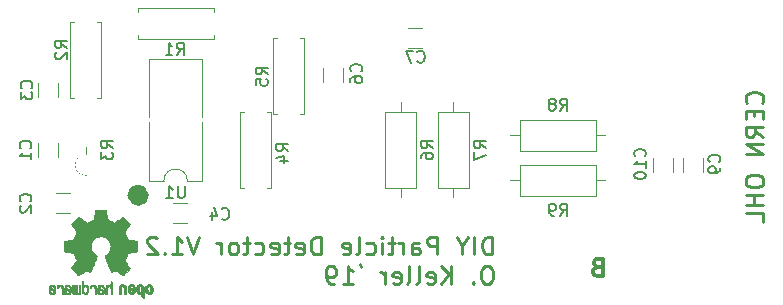
<source format=gbo>
G04 #@! TF.GenerationSoftware,KiCad,Pcbnew,5.1.5-52549c5~84~ubuntu19.10.1*
G04 #@! TF.CreationDate,2019-12-29T22:09:26+01:00*
G04 #@! TF.ProjectId,DIY_detector,4449595f-6465-4746-9563-746f722e6b69,V1.1*
G04 #@! TF.SameCoordinates,Original*
G04 #@! TF.FileFunction,Legend,Bot*
G04 #@! TF.FilePolarity,Positive*
%FSLAX46Y46*%
G04 Gerber Fmt 4.6, Leading zero omitted, Abs format (unit mm)*
G04 Created by KiCad (PCBNEW 5.1.5-52549c5~84~ubuntu19.10.1) date 2019-12-29 22:09:26*
%MOMM*%
%LPD*%
G04 APERTURE LIST*
%ADD10C,0.300000*%
%ADD11C,0.250000*%
%ADD12C,1.000000*%
%ADD13C,0.010000*%
%ADD14C,0.120000*%
%ADD15C,0.150000*%
%ADD16R,2.100000X2.100000*%
%ADD17O,2.100000X2.100000*%
%ADD18C,2.000000*%
%ADD19O,2.000000X2.000000*%
%ADD20C,1.800000*%
%ADD21O,1.800000X1.800000*%
%ADD22R,2.800000X2.000000*%
%ADD23O,2.800000X2.000000*%
%ADD24C,0.100000*%
%ADD25C,6.100000*%
%ADD26C,2.100000*%
%ADD27C,1.500000*%
%ADD28C,0.254000*%
G04 APERTURE END LIST*
D10*
X159892857Y-122392857D02*
X159678571Y-122464285D01*
X159607142Y-122535714D01*
X159535714Y-122678571D01*
X159535714Y-122892857D01*
X159607142Y-123035714D01*
X159678571Y-123107142D01*
X159821428Y-123178571D01*
X160392857Y-123178571D01*
X160392857Y-121678571D01*
X159892857Y-121678571D01*
X159750000Y-121750000D01*
X159678571Y-121821428D01*
X159607142Y-121964285D01*
X159607142Y-122107142D01*
X159678571Y-122250000D01*
X159750000Y-122321428D01*
X159892857Y-122392857D01*
X160392857Y-122392857D01*
D11*
X173785714Y-108500000D02*
X173857142Y-108428571D01*
X173928571Y-108214285D01*
X173928571Y-108071428D01*
X173857142Y-107857142D01*
X173714285Y-107714285D01*
X173571428Y-107642857D01*
X173285714Y-107571428D01*
X173071428Y-107571428D01*
X172785714Y-107642857D01*
X172642857Y-107714285D01*
X172500000Y-107857142D01*
X172428571Y-108071428D01*
X172428571Y-108214285D01*
X172500000Y-108428571D01*
X172571428Y-108500000D01*
X173142857Y-109142857D02*
X173142857Y-109642857D01*
X173928571Y-109857142D02*
X173928571Y-109142857D01*
X172428571Y-109142857D01*
X172428571Y-109857142D01*
X173928571Y-111357142D02*
X173214285Y-110857142D01*
X173928571Y-110500000D02*
X172428571Y-110500000D01*
X172428571Y-111071428D01*
X172500000Y-111214285D01*
X172571428Y-111285714D01*
X172714285Y-111357142D01*
X172928571Y-111357142D01*
X173071428Y-111285714D01*
X173142857Y-111214285D01*
X173214285Y-111071428D01*
X173214285Y-110500000D01*
X173928571Y-112000000D02*
X172428571Y-112000000D01*
X173928571Y-112857142D01*
X172428571Y-112857142D01*
X172428571Y-115000000D02*
X172428571Y-115285714D01*
X172500000Y-115428571D01*
X172642857Y-115571428D01*
X172928571Y-115642857D01*
X173428571Y-115642857D01*
X173714285Y-115571428D01*
X173857142Y-115428571D01*
X173928571Y-115285714D01*
X173928571Y-115000000D01*
X173857142Y-114857142D01*
X173714285Y-114714285D01*
X173428571Y-114642857D01*
X172928571Y-114642857D01*
X172642857Y-114714285D01*
X172500000Y-114857142D01*
X172428571Y-115000000D01*
X173928571Y-116285714D02*
X172428571Y-116285714D01*
X173142857Y-116285714D02*
X173142857Y-117142857D01*
X173928571Y-117142857D02*
X172428571Y-117142857D01*
X173928571Y-118571428D02*
X173928571Y-117857142D01*
X172428571Y-117857142D01*
X150950357Y-121326571D02*
X150950357Y-119826571D01*
X150593214Y-119826571D01*
X150378928Y-119898000D01*
X150236071Y-120040857D01*
X150164642Y-120183714D01*
X150093214Y-120469428D01*
X150093214Y-120683714D01*
X150164642Y-120969428D01*
X150236071Y-121112285D01*
X150378928Y-121255142D01*
X150593214Y-121326571D01*
X150950357Y-121326571D01*
X149450357Y-121326571D02*
X149450357Y-119826571D01*
X148450357Y-120612285D02*
X148450357Y-121326571D01*
X148950357Y-119826571D02*
X148450357Y-120612285D01*
X147950357Y-119826571D01*
X146307500Y-121326571D02*
X146307500Y-119826571D01*
X145736071Y-119826571D01*
X145593214Y-119898000D01*
X145521785Y-119969428D01*
X145450357Y-120112285D01*
X145450357Y-120326571D01*
X145521785Y-120469428D01*
X145593214Y-120540857D01*
X145736071Y-120612285D01*
X146307500Y-120612285D01*
X144164642Y-121326571D02*
X144164642Y-120540857D01*
X144236071Y-120398000D01*
X144378928Y-120326571D01*
X144664642Y-120326571D01*
X144807500Y-120398000D01*
X144164642Y-121255142D02*
X144307500Y-121326571D01*
X144664642Y-121326571D01*
X144807500Y-121255142D01*
X144878928Y-121112285D01*
X144878928Y-120969428D01*
X144807500Y-120826571D01*
X144664642Y-120755142D01*
X144307500Y-120755142D01*
X144164642Y-120683714D01*
X143450357Y-121326571D02*
X143450357Y-120326571D01*
X143450357Y-120612285D02*
X143378928Y-120469428D01*
X143307500Y-120398000D01*
X143164642Y-120326571D01*
X143021785Y-120326571D01*
X142736071Y-120326571D02*
X142164642Y-120326571D01*
X142521785Y-119826571D02*
X142521785Y-121112285D01*
X142450357Y-121255142D01*
X142307500Y-121326571D01*
X142164642Y-121326571D01*
X141664642Y-121326571D02*
X141664642Y-120326571D01*
X141664642Y-119826571D02*
X141736071Y-119898000D01*
X141664642Y-119969428D01*
X141593214Y-119898000D01*
X141664642Y-119826571D01*
X141664642Y-119969428D01*
X140307500Y-121255142D02*
X140450357Y-121326571D01*
X140736071Y-121326571D01*
X140878928Y-121255142D01*
X140950357Y-121183714D01*
X141021785Y-121040857D01*
X141021785Y-120612285D01*
X140950357Y-120469428D01*
X140878928Y-120398000D01*
X140736071Y-120326571D01*
X140450357Y-120326571D01*
X140307500Y-120398000D01*
X139450357Y-121326571D02*
X139593214Y-121255142D01*
X139664642Y-121112285D01*
X139664642Y-119826571D01*
X138307500Y-121255142D02*
X138450357Y-121326571D01*
X138736071Y-121326571D01*
X138878928Y-121255142D01*
X138950357Y-121112285D01*
X138950357Y-120540857D01*
X138878928Y-120398000D01*
X138736071Y-120326571D01*
X138450357Y-120326571D01*
X138307500Y-120398000D01*
X138236071Y-120540857D01*
X138236071Y-120683714D01*
X138950357Y-120826571D01*
X136450357Y-121326571D02*
X136450357Y-119826571D01*
X136093214Y-119826571D01*
X135878928Y-119898000D01*
X135736071Y-120040857D01*
X135664642Y-120183714D01*
X135593214Y-120469428D01*
X135593214Y-120683714D01*
X135664642Y-120969428D01*
X135736071Y-121112285D01*
X135878928Y-121255142D01*
X136093214Y-121326571D01*
X136450357Y-121326571D01*
X134378928Y-121255142D02*
X134521785Y-121326571D01*
X134807500Y-121326571D01*
X134950357Y-121255142D01*
X135021785Y-121112285D01*
X135021785Y-120540857D01*
X134950357Y-120398000D01*
X134807500Y-120326571D01*
X134521785Y-120326571D01*
X134378928Y-120398000D01*
X134307500Y-120540857D01*
X134307500Y-120683714D01*
X135021785Y-120826571D01*
X133878928Y-120326571D02*
X133307499Y-120326571D01*
X133664642Y-119826571D02*
X133664642Y-121112285D01*
X133593214Y-121255142D01*
X133450357Y-121326571D01*
X133307499Y-121326571D01*
X132236071Y-121255142D02*
X132378928Y-121326571D01*
X132664642Y-121326571D01*
X132807499Y-121255142D01*
X132878928Y-121112285D01*
X132878928Y-120540857D01*
X132807499Y-120398000D01*
X132664642Y-120326571D01*
X132378928Y-120326571D01*
X132236071Y-120398000D01*
X132164642Y-120540857D01*
X132164642Y-120683714D01*
X132878928Y-120826571D01*
X130878928Y-121255142D02*
X131021785Y-121326571D01*
X131307499Y-121326571D01*
X131450357Y-121255142D01*
X131521785Y-121183714D01*
X131593214Y-121040857D01*
X131593214Y-120612285D01*
X131521785Y-120469428D01*
X131450357Y-120398000D01*
X131307499Y-120326571D01*
X131021785Y-120326571D01*
X130878928Y-120398000D01*
X130450357Y-120326571D02*
X129878928Y-120326571D01*
X130236071Y-119826571D02*
X130236071Y-121112285D01*
X130164642Y-121255142D01*
X130021785Y-121326571D01*
X129878928Y-121326571D01*
X129164642Y-121326571D02*
X129307499Y-121255142D01*
X129378928Y-121183714D01*
X129450357Y-121040857D01*
X129450357Y-120612285D01*
X129378928Y-120469428D01*
X129307499Y-120398000D01*
X129164642Y-120326571D01*
X128950357Y-120326571D01*
X128807499Y-120398000D01*
X128736071Y-120469428D01*
X128664642Y-120612285D01*
X128664642Y-121040857D01*
X128736071Y-121183714D01*
X128807499Y-121255142D01*
X128950357Y-121326571D01*
X129164642Y-121326571D01*
X128021785Y-121326571D02*
X128021785Y-120326571D01*
X128021785Y-120612285D02*
X127950357Y-120469428D01*
X127878928Y-120398000D01*
X127736071Y-120326571D01*
X127593214Y-120326571D01*
X126164642Y-119826571D02*
X125664642Y-121326571D01*
X125164642Y-119826571D01*
X123878928Y-121326571D02*
X124736071Y-121326571D01*
X124307499Y-121326571D02*
X124307499Y-119826571D01*
X124450357Y-120040857D01*
X124593214Y-120183714D01*
X124736071Y-120255142D01*
X123236071Y-121183714D02*
X123164642Y-121255142D01*
X123236071Y-121326571D01*
X123307499Y-121255142D01*
X123236071Y-121183714D01*
X123236071Y-121326571D01*
X122593214Y-119969428D02*
X122521785Y-119898000D01*
X122378928Y-119826571D01*
X122021785Y-119826571D01*
X121878928Y-119898000D01*
X121807499Y-119969428D01*
X121736071Y-120112285D01*
X121736071Y-120255142D01*
X121807499Y-120469428D01*
X122664642Y-121326571D01*
X121736071Y-121326571D01*
X150664642Y-122326571D02*
X150378928Y-122326571D01*
X150236071Y-122398000D01*
X150093214Y-122540857D01*
X150021785Y-122826571D01*
X150021785Y-123326571D01*
X150093214Y-123612285D01*
X150236071Y-123755142D01*
X150378928Y-123826571D01*
X150664642Y-123826571D01*
X150807500Y-123755142D01*
X150950357Y-123612285D01*
X151021785Y-123326571D01*
X151021785Y-122826571D01*
X150950357Y-122540857D01*
X150807500Y-122398000D01*
X150664642Y-122326571D01*
X149378928Y-123683714D02*
X149307500Y-123755142D01*
X149378928Y-123826571D01*
X149450357Y-123755142D01*
X149378928Y-123683714D01*
X149378928Y-123826571D01*
X147521785Y-123826571D02*
X147521785Y-122326571D01*
X146664642Y-123826571D02*
X147307500Y-122969428D01*
X146664642Y-122326571D02*
X147521785Y-123183714D01*
X145450357Y-123755142D02*
X145593214Y-123826571D01*
X145878928Y-123826571D01*
X146021785Y-123755142D01*
X146093214Y-123612285D01*
X146093214Y-123040857D01*
X146021785Y-122898000D01*
X145878928Y-122826571D01*
X145593214Y-122826571D01*
X145450357Y-122898000D01*
X145378928Y-123040857D01*
X145378928Y-123183714D01*
X146093214Y-123326571D01*
X144521785Y-123826571D02*
X144664642Y-123755142D01*
X144736071Y-123612285D01*
X144736071Y-122326571D01*
X143736071Y-123826571D02*
X143878928Y-123755142D01*
X143950357Y-123612285D01*
X143950357Y-122326571D01*
X142593214Y-123755142D02*
X142736071Y-123826571D01*
X143021785Y-123826571D01*
X143164642Y-123755142D01*
X143236071Y-123612285D01*
X143236071Y-123040857D01*
X143164642Y-122898000D01*
X143021785Y-122826571D01*
X142736071Y-122826571D01*
X142593214Y-122898000D01*
X142521785Y-123040857D01*
X142521785Y-123183714D01*
X143236071Y-123326571D01*
X141878928Y-123826571D02*
X141878928Y-122826571D01*
X141878928Y-123112285D02*
X141807500Y-122969428D01*
X141736071Y-122898000D01*
X141593214Y-122826571D01*
X141450357Y-122826571D01*
X139878928Y-122398000D02*
X139878928Y-122326571D01*
X139807500Y-122183714D01*
X139736071Y-122112285D01*
X138307500Y-123826571D02*
X139164642Y-123826571D01*
X138736071Y-123826571D02*
X138736071Y-122326571D01*
X138878928Y-122540857D01*
X139021785Y-122683714D01*
X139164642Y-122755142D01*
X137593214Y-123826571D02*
X137307500Y-123826571D01*
X137164642Y-123755142D01*
X137093214Y-123683714D01*
X136950357Y-123469428D01*
X136878928Y-123183714D01*
X136878928Y-122612285D01*
X136950357Y-122469428D01*
X137021785Y-122398000D01*
X137164642Y-122326571D01*
X137450357Y-122326571D01*
X137593214Y-122398000D01*
X137664642Y-122469428D01*
X137736071Y-122612285D01*
X137736071Y-122969428D01*
X137664642Y-123112285D01*
X137593214Y-123183714D01*
X137450357Y-123255142D01*
X137164642Y-123255142D01*
X137021785Y-123183714D01*
X136950357Y-123112285D01*
X136878928Y-122969428D01*
D12*
X121391609Y-116310000D02*
G75*
G03X121391609Y-116310000I-401609J0D01*
G01*
D13*
G36*
X117675122Y-117544205D02*
G01*
X117569388Y-117544784D01*
X117492868Y-117546351D01*
X117440628Y-117549401D01*
X117407737Y-117554425D01*
X117389263Y-117561918D01*
X117380273Y-117572373D01*
X117375837Y-117586282D01*
X117375406Y-117588083D01*
X117368667Y-117620574D01*
X117356192Y-117684681D01*
X117339281Y-117773580D01*
X117319229Y-117880448D01*
X117297336Y-117998462D01*
X117296571Y-118002607D01*
X117274641Y-118118260D01*
X117254123Y-118220443D01*
X117236341Y-118303027D01*
X117222619Y-118359885D01*
X117214282Y-118384887D01*
X117213884Y-118385330D01*
X117189323Y-118397539D01*
X117138685Y-118417885D01*
X117072905Y-118441974D01*
X117072539Y-118442103D01*
X116989683Y-118473247D01*
X116892000Y-118512920D01*
X116799923Y-118552810D01*
X116795566Y-118554782D01*
X116645593Y-118622849D01*
X116313502Y-118396068D01*
X116211626Y-118326933D01*
X116119343Y-118265126D01*
X116041997Y-118214162D01*
X115984936Y-118177556D01*
X115953505Y-118158823D01*
X115950521Y-118157433D01*
X115927679Y-118163619D01*
X115885018Y-118193464D01*
X115820872Y-118248376D01*
X115733579Y-118329763D01*
X115644465Y-118416351D01*
X115558559Y-118501676D01*
X115481673Y-118579537D01*
X115418436Y-118645126D01*
X115373477Y-118693634D01*
X115351424Y-118720254D01*
X115350604Y-118721624D01*
X115348166Y-118739892D01*
X115357350Y-118769724D01*
X115380426Y-118815150D01*
X115419663Y-118880199D01*
X115477330Y-118968899D01*
X115554205Y-119083086D01*
X115622430Y-119183591D01*
X115683418Y-119273732D01*
X115733644Y-119348278D01*
X115769584Y-119401994D01*
X115787713Y-119429647D01*
X115788854Y-119431524D01*
X115786641Y-119458019D01*
X115769862Y-119509515D01*
X115741858Y-119576280D01*
X115731878Y-119597601D01*
X115688328Y-119692588D01*
X115641866Y-119800366D01*
X115604123Y-119893621D01*
X115576927Y-119962835D01*
X115555325Y-120015435D01*
X115542842Y-120042926D01*
X115541291Y-120045045D01*
X115518332Y-120048553D01*
X115464214Y-120058167D01*
X115386132Y-120072518D01*
X115291281Y-120090236D01*
X115186857Y-120109954D01*
X115080056Y-120130303D01*
X114978074Y-120149915D01*
X114888106Y-120167420D01*
X114817347Y-120181451D01*
X114772994Y-120190638D01*
X114762115Y-120193236D01*
X114750878Y-120199647D01*
X114742395Y-120214126D01*
X114736286Y-120241562D01*
X114732168Y-120286840D01*
X114729659Y-120354849D01*
X114728379Y-120450476D01*
X114727946Y-120578609D01*
X114727923Y-120631130D01*
X114727923Y-121058274D01*
X114830500Y-121078520D01*
X114887569Y-121089499D01*
X114972731Y-121105524D01*
X115075628Y-121124662D01*
X115185904Y-121144980D01*
X115216385Y-121150561D01*
X115318145Y-121170346D01*
X115406795Y-121189802D01*
X115474892Y-121207126D01*
X115514996Y-121220517D01*
X115521677Y-121224508D01*
X115538081Y-121252771D01*
X115561601Y-121307538D01*
X115587684Y-121378017D01*
X115592858Y-121393198D01*
X115627044Y-121487325D01*
X115669477Y-121593530D01*
X115711003Y-121688902D01*
X115711208Y-121689345D01*
X115780360Y-121838954D01*
X115325488Y-122508046D01*
X115617500Y-122800545D01*
X115705820Y-122887599D01*
X115786375Y-122964338D01*
X115854640Y-123026666D01*
X115906092Y-123070485D01*
X115936206Y-123091699D01*
X115940526Y-123093045D01*
X115965889Y-123082445D01*
X116017642Y-123052976D01*
X116090132Y-123008134D01*
X116177706Y-122951413D01*
X116272388Y-122887891D01*
X116368484Y-122823097D01*
X116454163Y-122766716D01*
X116523984Y-122722217D01*
X116572506Y-122693068D01*
X116594218Y-122682737D01*
X116620707Y-122691479D01*
X116670938Y-122714516D01*
X116734549Y-122747060D01*
X116741292Y-122750678D01*
X116826954Y-122793639D01*
X116885694Y-122814708D01*
X116922228Y-122814932D01*
X116941269Y-122795357D01*
X116941380Y-122795083D01*
X116950898Y-122771901D01*
X116973597Y-122716870D01*
X117007718Y-122634251D01*
X117051500Y-122528301D01*
X117103184Y-122403281D01*
X117161008Y-122263449D01*
X117217009Y-122128066D01*
X117278553Y-121978663D01*
X117335061Y-121840261D01*
X117384839Y-121717102D01*
X117426194Y-121613431D01*
X117457432Y-121533488D01*
X117476859Y-121481517D01*
X117482846Y-121462121D01*
X117467832Y-121439872D01*
X117428561Y-121404411D01*
X117376193Y-121365316D01*
X117227059Y-121241674D01*
X117110489Y-121099951D01*
X117027882Y-120943133D01*
X116980634Y-120774204D01*
X116970143Y-120596151D01*
X116977769Y-120513968D01*
X117019318Y-120343460D01*
X117090877Y-120192888D01*
X117188005Y-120063738D01*
X117306266Y-119957493D01*
X117441220Y-119875639D01*
X117588429Y-119819661D01*
X117743456Y-119791044D01*
X117901861Y-119791273D01*
X118059206Y-119821834D01*
X118211054Y-119884211D01*
X118352965Y-119979889D01*
X118412197Y-120034001D01*
X118525797Y-120172949D01*
X118604894Y-120324790D01*
X118650014Y-120485096D01*
X118661684Y-120649441D01*
X118640431Y-120813400D01*
X118586780Y-120972547D01*
X118501260Y-121122454D01*
X118384395Y-121258696D01*
X118253807Y-121365316D01*
X118199412Y-121406071D01*
X118160986Y-121441147D01*
X118147154Y-121462155D01*
X118154397Y-121485064D01*
X118174995Y-121539794D01*
X118207254Y-121622101D01*
X118249479Y-121727744D01*
X118299977Y-121852479D01*
X118357052Y-121992065D01*
X118413146Y-122128099D01*
X118475033Y-122277630D01*
X118532356Y-122416196D01*
X118583356Y-122539536D01*
X118626273Y-122643393D01*
X118659347Y-122723509D01*
X118680819Y-122775624D01*
X118688775Y-122795083D01*
X118707571Y-122814852D01*
X118743926Y-122814794D01*
X118802521Y-122793870D01*
X118888032Y-122751042D01*
X118888708Y-122750678D01*
X118953093Y-122717441D01*
X119005139Y-122693231D01*
X119034488Y-122682833D01*
X119035783Y-122682737D01*
X119057876Y-122693284D01*
X119106652Y-122722613D01*
X119176669Y-122767256D01*
X119262486Y-122823743D01*
X119357612Y-122887891D01*
X119454460Y-122952840D01*
X119541747Y-123009325D01*
X119613819Y-123053850D01*
X119665023Y-123082919D01*
X119689474Y-123093045D01*
X119711990Y-123079736D01*
X119757258Y-123042541D01*
X119820756Y-122985557D01*
X119897961Y-122912878D01*
X119984349Y-122828600D01*
X120012601Y-122800445D01*
X120304713Y-122507845D01*
X120082369Y-122181533D01*
X120014798Y-122081326D01*
X119955493Y-121991392D01*
X119907783Y-121916939D01*
X119874993Y-121863180D01*
X119860452Y-121835323D01*
X119860026Y-121833341D01*
X119867692Y-121807084D01*
X119888311Y-121754266D01*
X119918315Y-121683739D01*
X119939375Y-121636522D01*
X119978752Y-121546123D01*
X120015835Y-121454795D01*
X120044585Y-121377629D01*
X120052395Y-121354121D01*
X120074583Y-121291345D01*
X120096273Y-121242840D01*
X120108187Y-121224508D01*
X120134477Y-121213288D01*
X120191858Y-121197383D01*
X120272882Y-121178596D01*
X120370105Y-121158728D01*
X120413615Y-121150561D01*
X120524104Y-121130258D01*
X120630084Y-121110599D01*
X120721199Y-121093517D01*
X120787092Y-121080947D01*
X120799500Y-121078520D01*
X120902077Y-121058274D01*
X120902077Y-120631130D01*
X120901847Y-120490675D01*
X120900901Y-120384408D01*
X120898859Y-120307442D01*
X120895338Y-120254889D01*
X120889957Y-120221862D01*
X120882334Y-120203474D01*
X120872088Y-120194837D01*
X120867885Y-120193236D01*
X120842530Y-120187556D01*
X120786516Y-120176224D01*
X120707036Y-120160608D01*
X120611288Y-120142076D01*
X120506467Y-120121998D01*
X120399768Y-120101741D01*
X120298387Y-120082675D01*
X120209521Y-120066168D01*
X120140363Y-120053588D01*
X120098111Y-120046304D01*
X120088710Y-120045045D01*
X120080193Y-120028192D01*
X120061340Y-119983299D01*
X120035676Y-119918859D01*
X120025877Y-119893621D01*
X119986352Y-119796115D01*
X119939808Y-119688388D01*
X119898123Y-119597601D01*
X119867450Y-119528182D01*
X119847044Y-119471139D01*
X119840232Y-119436206D01*
X119841318Y-119431524D01*
X119855715Y-119409420D01*
X119888588Y-119360260D01*
X119936410Y-119289277D01*
X119995652Y-119201707D01*
X120062785Y-119102786D01*
X120076059Y-119083259D01*
X120153954Y-118967569D01*
X120211213Y-118879473D01*
X120250119Y-118814915D01*
X120272956Y-118769840D01*
X120282006Y-118740192D01*
X120279552Y-118721914D01*
X120279489Y-118721798D01*
X120260173Y-118697790D01*
X120217449Y-118651376D01*
X120155949Y-118587366D01*
X120080302Y-118510574D01*
X119995139Y-118425811D01*
X119985535Y-118416351D01*
X119878210Y-118312418D01*
X119795385Y-118236104D01*
X119735395Y-118186000D01*
X119696577Y-118160699D01*
X119679480Y-118157433D01*
X119654527Y-118171679D01*
X119602745Y-118204585D01*
X119529480Y-118252637D01*
X119440080Y-118312319D01*
X119339889Y-118380117D01*
X119316499Y-118396068D01*
X118984407Y-118622849D01*
X118834435Y-118554782D01*
X118743230Y-118515114D01*
X118645331Y-118475220D01*
X118561169Y-118443412D01*
X118557462Y-118442103D01*
X118491631Y-118418005D01*
X118440884Y-118397629D01*
X118416158Y-118385365D01*
X118416116Y-118385330D01*
X118408271Y-118363163D01*
X118394934Y-118308646D01*
X118377430Y-118227909D01*
X118357083Y-118127079D01*
X118335218Y-118012285D01*
X118333429Y-118002607D01*
X118311496Y-117884333D01*
X118291360Y-117776971D01*
X118274320Y-117687346D01*
X118261672Y-117622280D01*
X118254716Y-117588597D01*
X118254594Y-117588083D01*
X118250361Y-117573754D01*
X118242129Y-117562936D01*
X118224967Y-117555135D01*
X118193942Y-117549858D01*
X118144122Y-117546611D01*
X118070576Y-117544901D01*
X117968371Y-117544236D01*
X117832575Y-117544122D01*
X117815000Y-117544121D01*
X117675122Y-117544205D01*
G37*
X117675122Y-117544205D02*
X117569388Y-117544784D01*
X117492868Y-117546351D01*
X117440628Y-117549401D01*
X117407737Y-117554425D01*
X117389263Y-117561918D01*
X117380273Y-117572373D01*
X117375837Y-117586282D01*
X117375406Y-117588083D01*
X117368667Y-117620574D01*
X117356192Y-117684681D01*
X117339281Y-117773580D01*
X117319229Y-117880448D01*
X117297336Y-117998462D01*
X117296571Y-118002607D01*
X117274641Y-118118260D01*
X117254123Y-118220443D01*
X117236341Y-118303027D01*
X117222619Y-118359885D01*
X117214282Y-118384887D01*
X117213884Y-118385330D01*
X117189323Y-118397539D01*
X117138685Y-118417885D01*
X117072905Y-118441974D01*
X117072539Y-118442103D01*
X116989683Y-118473247D01*
X116892000Y-118512920D01*
X116799923Y-118552810D01*
X116795566Y-118554782D01*
X116645593Y-118622849D01*
X116313502Y-118396068D01*
X116211626Y-118326933D01*
X116119343Y-118265126D01*
X116041997Y-118214162D01*
X115984936Y-118177556D01*
X115953505Y-118158823D01*
X115950521Y-118157433D01*
X115927679Y-118163619D01*
X115885018Y-118193464D01*
X115820872Y-118248376D01*
X115733579Y-118329763D01*
X115644465Y-118416351D01*
X115558559Y-118501676D01*
X115481673Y-118579537D01*
X115418436Y-118645126D01*
X115373477Y-118693634D01*
X115351424Y-118720254D01*
X115350604Y-118721624D01*
X115348166Y-118739892D01*
X115357350Y-118769724D01*
X115380426Y-118815150D01*
X115419663Y-118880199D01*
X115477330Y-118968899D01*
X115554205Y-119083086D01*
X115622430Y-119183591D01*
X115683418Y-119273732D01*
X115733644Y-119348278D01*
X115769584Y-119401994D01*
X115787713Y-119429647D01*
X115788854Y-119431524D01*
X115786641Y-119458019D01*
X115769862Y-119509515D01*
X115741858Y-119576280D01*
X115731878Y-119597601D01*
X115688328Y-119692588D01*
X115641866Y-119800366D01*
X115604123Y-119893621D01*
X115576927Y-119962835D01*
X115555325Y-120015435D01*
X115542842Y-120042926D01*
X115541291Y-120045045D01*
X115518332Y-120048553D01*
X115464214Y-120058167D01*
X115386132Y-120072518D01*
X115291281Y-120090236D01*
X115186857Y-120109954D01*
X115080056Y-120130303D01*
X114978074Y-120149915D01*
X114888106Y-120167420D01*
X114817347Y-120181451D01*
X114772994Y-120190638D01*
X114762115Y-120193236D01*
X114750878Y-120199647D01*
X114742395Y-120214126D01*
X114736286Y-120241562D01*
X114732168Y-120286840D01*
X114729659Y-120354849D01*
X114728379Y-120450476D01*
X114727946Y-120578609D01*
X114727923Y-120631130D01*
X114727923Y-121058274D01*
X114830500Y-121078520D01*
X114887569Y-121089499D01*
X114972731Y-121105524D01*
X115075628Y-121124662D01*
X115185904Y-121144980D01*
X115216385Y-121150561D01*
X115318145Y-121170346D01*
X115406795Y-121189802D01*
X115474892Y-121207126D01*
X115514996Y-121220517D01*
X115521677Y-121224508D01*
X115538081Y-121252771D01*
X115561601Y-121307538D01*
X115587684Y-121378017D01*
X115592858Y-121393198D01*
X115627044Y-121487325D01*
X115669477Y-121593530D01*
X115711003Y-121688902D01*
X115711208Y-121689345D01*
X115780360Y-121838954D01*
X115325488Y-122508046D01*
X115617500Y-122800545D01*
X115705820Y-122887599D01*
X115786375Y-122964338D01*
X115854640Y-123026666D01*
X115906092Y-123070485D01*
X115936206Y-123091699D01*
X115940526Y-123093045D01*
X115965889Y-123082445D01*
X116017642Y-123052976D01*
X116090132Y-123008134D01*
X116177706Y-122951413D01*
X116272388Y-122887891D01*
X116368484Y-122823097D01*
X116454163Y-122766716D01*
X116523984Y-122722217D01*
X116572506Y-122693068D01*
X116594218Y-122682737D01*
X116620707Y-122691479D01*
X116670938Y-122714516D01*
X116734549Y-122747060D01*
X116741292Y-122750678D01*
X116826954Y-122793639D01*
X116885694Y-122814708D01*
X116922228Y-122814932D01*
X116941269Y-122795357D01*
X116941380Y-122795083D01*
X116950898Y-122771901D01*
X116973597Y-122716870D01*
X117007718Y-122634251D01*
X117051500Y-122528301D01*
X117103184Y-122403281D01*
X117161008Y-122263449D01*
X117217009Y-122128066D01*
X117278553Y-121978663D01*
X117335061Y-121840261D01*
X117384839Y-121717102D01*
X117426194Y-121613431D01*
X117457432Y-121533488D01*
X117476859Y-121481517D01*
X117482846Y-121462121D01*
X117467832Y-121439872D01*
X117428561Y-121404411D01*
X117376193Y-121365316D01*
X117227059Y-121241674D01*
X117110489Y-121099951D01*
X117027882Y-120943133D01*
X116980634Y-120774204D01*
X116970143Y-120596151D01*
X116977769Y-120513968D01*
X117019318Y-120343460D01*
X117090877Y-120192888D01*
X117188005Y-120063738D01*
X117306266Y-119957493D01*
X117441220Y-119875639D01*
X117588429Y-119819661D01*
X117743456Y-119791044D01*
X117901861Y-119791273D01*
X118059206Y-119821834D01*
X118211054Y-119884211D01*
X118352965Y-119979889D01*
X118412197Y-120034001D01*
X118525797Y-120172949D01*
X118604894Y-120324790D01*
X118650014Y-120485096D01*
X118661684Y-120649441D01*
X118640431Y-120813400D01*
X118586780Y-120972547D01*
X118501260Y-121122454D01*
X118384395Y-121258696D01*
X118253807Y-121365316D01*
X118199412Y-121406071D01*
X118160986Y-121441147D01*
X118147154Y-121462155D01*
X118154397Y-121485064D01*
X118174995Y-121539794D01*
X118207254Y-121622101D01*
X118249479Y-121727744D01*
X118299977Y-121852479D01*
X118357052Y-121992065D01*
X118413146Y-122128099D01*
X118475033Y-122277630D01*
X118532356Y-122416196D01*
X118583356Y-122539536D01*
X118626273Y-122643393D01*
X118659347Y-122723509D01*
X118680819Y-122775624D01*
X118688775Y-122795083D01*
X118707571Y-122814852D01*
X118743926Y-122814794D01*
X118802521Y-122793870D01*
X118888032Y-122751042D01*
X118888708Y-122750678D01*
X118953093Y-122717441D01*
X119005139Y-122693231D01*
X119034488Y-122682833D01*
X119035783Y-122682737D01*
X119057876Y-122693284D01*
X119106652Y-122722613D01*
X119176669Y-122767256D01*
X119262486Y-122823743D01*
X119357612Y-122887891D01*
X119454460Y-122952840D01*
X119541747Y-123009325D01*
X119613819Y-123053850D01*
X119665023Y-123082919D01*
X119689474Y-123093045D01*
X119711990Y-123079736D01*
X119757258Y-123042541D01*
X119820756Y-122985557D01*
X119897961Y-122912878D01*
X119984349Y-122828600D01*
X120012601Y-122800445D01*
X120304713Y-122507845D01*
X120082369Y-122181533D01*
X120014798Y-122081326D01*
X119955493Y-121991392D01*
X119907783Y-121916939D01*
X119874993Y-121863180D01*
X119860452Y-121835323D01*
X119860026Y-121833341D01*
X119867692Y-121807084D01*
X119888311Y-121754266D01*
X119918315Y-121683739D01*
X119939375Y-121636522D01*
X119978752Y-121546123D01*
X120015835Y-121454795D01*
X120044585Y-121377629D01*
X120052395Y-121354121D01*
X120074583Y-121291345D01*
X120096273Y-121242840D01*
X120108187Y-121224508D01*
X120134477Y-121213288D01*
X120191858Y-121197383D01*
X120272882Y-121178596D01*
X120370105Y-121158728D01*
X120413615Y-121150561D01*
X120524104Y-121130258D01*
X120630084Y-121110599D01*
X120721199Y-121093517D01*
X120787092Y-121080947D01*
X120799500Y-121078520D01*
X120902077Y-121058274D01*
X120902077Y-120631130D01*
X120901847Y-120490675D01*
X120900901Y-120384408D01*
X120898859Y-120307442D01*
X120895338Y-120254889D01*
X120889957Y-120221862D01*
X120882334Y-120203474D01*
X120872088Y-120194837D01*
X120867885Y-120193236D01*
X120842530Y-120187556D01*
X120786516Y-120176224D01*
X120707036Y-120160608D01*
X120611288Y-120142076D01*
X120506467Y-120121998D01*
X120399768Y-120101741D01*
X120298387Y-120082675D01*
X120209521Y-120066168D01*
X120140363Y-120053588D01*
X120098111Y-120046304D01*
X120088710Y-120045045D01*
X120080193Y-120028192D01*
X120061340Y-119983299D01*
X120035676Y-119918859D01*
X120025877Y-119893621D01*
X119986352Y-119796115D01*
X119939808Y-119688388D01*
X119898123Y-119597601D01*
X119867450Y-119528182D01*
X119847044Y-119471139D01*
X119840232Y-119436206D01*
X119841318Y-119431524D01*
X119855715Y-119409420D01*
X119888588Y-119360260D01*
X119936410Y-119289277D01*
X119995652Y-119201707D01*
X120062785Y-119102786D01*
X120076059Y-119083259D01*
X120153954Y-118967569D01*
X120211213Y-118879473D01*
X120250119Y-118814915D01*
X120272956Y-118769840D01*
X120282006Y-118740192D01*
X120279552Y-118721914D01*
X120279489Y-118721798D01*
X120260173Y-118697790D01*
X120217449Y-118651376D01*
X120155949Y-118587366D01*
X120080302Y-118510574D01*
X119995139Y-118425811D01*
X119985535Y-118416351D01*
X119878210Y-118312418D01*
X119795385Y-118236104D01*
X119735395Y-118186000D01*
X119696577Y-118160699D01*
X119679480Y-118157433D01*
X119654527Y-118171679D01*
X119602745Y-118204585D01*
X119529480Y-118252637D01*
X119440080Y-118312319D01*
X119339889Y-118380117D01*
X119316499Y-118396068D01*
X118984407Y-118622849D01*
X118834435Y-118554782D01*
X118743230Y-118515114D01*
X118645331Y-118475220D01*
X118561169Y-118443412D01*
X118557462Y-118442103D01*
X118491631Y-118418005D01*
X118440884Y-118397629D01*
X118416158Y-118385365D01*
X118416116Y-118385330D01*
X118408271Y-118363163D01*
X118394934Y-118308646D01*
X118377430Y-118227909D01*
X118357083Y-118127079D01*
X118335218Y-118012285D01*
X118333429Y-118002607D01*
X118311496Y-117884333D01*
X118291360Y-117776971D01*
X118274320Y-117687346D01*
X118261672Y-117622280D01*
X118254716Y-117588597D01*
X118254594Y-117588083D01*
X118250361Y-117573754D01*
X118242129Y-117562936D01*
X118224967Y-117555135D01*
X118193942Y-117549858D01*
X118144122Y-117546611D01*
X118070576Y-117544901D01*
X117968371Y-117544236D01*
X117832575Y-117544122D01*
X117815000Y-117544121D01*
X117675122Y-117544205D01*
G36*
X113569776Y-123904267D02*
G01*
X113492472Y-123954790D01*
X113455186Y-124000019D01*
X113425647Y-124082092D01*
X113423301Y-124147036D01*
X113428615Y-124233874D01*
X113628885Y-124321532D01*
X113726261Y-124366316D01*
X113789887Y-124402342D01*
X113822971Y-124433546D01*
X113828720Y-124463865D01*
X113810342Y-124497234D01*
X113790077Y-124519352D01*
X113731111Y-124554822D01*
X113666976Y-124557308D01*
X113608074Y-124529664D01*
X113564803Y-124474749D01*
X113557064Y-124455357D01*
X113519994Y-124394793D01*
X113477346Y-124368981D01*
X113418846Y-124346900D01*
X113418846Y-124430613D01*
X113424018Y-124487579D01*
X113444277Y-124535618D01*
X113486738Y-124590775D01*
X113493049Y-124597943D01*
X113540280Y-124647014D01*
X113580879Y-124673349D01*
X113631672Y-124685464D01*
X113673780Y-124689432D01*
X113749098Y-124690420D01*
X113802714Y-124677895D01*
X113836162Y-124659298D01*
X113888732Y-124618404D01*
X113925121Y-124574177D01*
X113948150Y-124518555D01*
X113960641Y-124443476D01*
X113965413Y-124340878D01*
X113965794Y-124288805D01*
X113964499Y-124226377D01*
X113846529Y-124226377D01*
X113845161Y-124259867D01*
X113841751Y-124265352D01*
X113819247Y-124257901D01*
X113770818Y-124238182D01*
X113706092Y-124210147D01*
X113692557Y-124204121D01*
X113610756Y-124162525D01*
X113565688Y-124125967D01*
X113555783Y-124091725D01*
X113579474Y-124057077D01*
X113599040Y-124041768D01*
X113669640Y-124011150D01*
X113735720Y-124016209D01*
X113791041Y-124053580D01*
X113829364Y-124119902D01*
X113841651Y-124172545D01*
X113846529Y-124226377D01*
X113964499Y-124226377D01*
X113963270Y-124167149D01*
X113953968Y-124077139D01*
X113935540Y-124011596D01*
X113905640Y-123963341D01*
X113861920Y-123925196D01*
X113842859Y-123912869D01*
X113756274Y-123880765D01*
X113661478Y-123878745D01*
X113569776Y-123904267D01*
G37*
X113569776Y-123904267D02*
X113492472Y-123954790D01*
X113455186Y-124000019D01*
X113425647Y-124082092D01*
X113423301Y-124147036D01*
X113428615Y-124233874D01*
X113628885Y-124321532D01*
X113726261Y-124366316D01*
X113789887Y-124402342D01*
X113822971Y-124433546D01*
X113828720Y-124463865D01*
X113810342Y-124497234D01*
X113790077Y-124519352D01*
X113731111Y-124554822D01*
X113666976Y-124557308D01*
X113608074Y-124529664D01*
X113564803Y-124474749D01*
X113557064Y-124455357D01*
X113519994Y-124394793D01*
X113477346Y-124368981D01*
X113418846Y-124346900D01*
X113418846Y-124430613D01*
X113424018Y-124487579D01*
X113444277Y-124535618D01*
X113486738Y-124590775D01*
X113493049Y-124597943D01*
X113540280Y-124647014D01*
X113580879Y-124673349D01*
X113631672Y-124685464D01*
X113673780Y-124689432D01*
X113749098Y-124690420D01*
X113802714Y-124677895D01*
X113836162Y-124659298D01*
X113888732Y-124618404D01*
X113925121Y-124574177D01*
X113948150Y-124518555D01*
X113960641Y-124443476D01*
X113965413Y-124340878D01*
X113965794Y-124288805D01*
X113964499Y-124226377D01*
X113846529Y-124226377D01*
X113845161Y-124259867D01*
X113841751Y-124265352D01*
X113819247Y-124257901D01*
X113770818Y-124238182D01*
X113706092Y-124210147D01*
X113692557Y-124204121D01*
X113610756Y-124162525D01*
X113565688Y-124125967D01*
X113555783Y-124091725D01*
X113579474Y-124057077D01*
X113599040Y-124041768D01*
X113669640Y-124011150D01*
X113735720Y-124016209D01*
X113791041Y-124053580D01*
X113829364Y-124119902D01*
X113841651Y-124172545D01*
X113846529Y-124226377D01*
X113964499Y-124226377D01*
X113963270Y-124167149D01*
X113953968Y-124077139D01*
X113935540Y-124011596D01*
X113905640Y-123963341D01*
X113861920Y-123925196D01*
X113842859Y-123912869D01*
X113756274Y-123880765D01*
X113661478Y-123878745D01*
X113569776Y-123904267D01*
G36*
X114244193Y-123893211D02*
G01*
X114220839Y-123903417D01*
X114165098Y-123947563D01*
X114117431Y-124011396D01*
X114087952Y-124079516D01*
X114083154Y-124113099D01*
X114099240Y-124159985D01*
X114134525Y-124184794D01*
X114172356Y-124199816D01*
X114189679Y-124202584D01*
X114198114Y-124182495D01*
X114214770Y-124138780D01*
X114222077Y-124119027D01*
X114263052Y-124050700D01*
X114322378Y-124016620D01*
X114398448Y-124017668D01*
X114404082Y-124019010D01*
X114444695Y-124038265D01*
X114474552Y-124075804D01*
X114494945Y-124136238D01*
X114507164Y-124224180D01*
X114512500Y-124344242D01*
X114513000Y-124408127D01*
X114513248Y-124508832D01*
X114514874Y-124577483D01*
X114519199Y-124621102D01*
X114527546Y-124646711D01*
X114541235Y-124661332D01*
X114561589Y-124671987D01*
X114562766Y-124672524D01*
X114601962Y-124689096D01*
X114621381Y-124695198D01*
X114624365Y-124676748D01*
X114626919Y-124625752D01*
X114628860Y-124548737D01*
X114630003Y-124452234D01*
X114630231Y-124381613D01*
X114629068Y-124244954D01*
X114624521Y-124141280D01*
X114615001Y-124064537D01*
X114598919Y-124008675D01*
X114574687Y-123967641D01*
X114540714Y-123935383D01*
X114507167Y-123912869D01*
X114426501Y-123882905D01*
X114332619Y-123876147D01*
X114244193Y-123893211D01*
G37*
X114244193Y-123893211D02*
X114220839Y-123903417D01*
X114165098Y-123947563D01*
X114117431Y-124011396D01*
X114087952Y-124079516D01*
X114083154Y-124113099D01*
X114099240Y-124159985D01*
X114134525Y-124184794D01*
X114172356Y-124199816D01*
X114189679Y-124202584D01*
X114198114Y-124182495D01*
X114214770Y-124138780D01*
X114222077Y-124119027D01*
X114263052Y-124050700D01*
X114322378Y-124016620D01*
X114398448Y-124017668D01*
X114404082Y-124019010D01*
X114444695Y-124038265D01*
X114474552Y-124075804D01*
X114494945Y-124136238D01*
X114507164Y-124224180D01*
X114512500Y-124344242D01*
X114513000Y-124408127D01*
X114513248Y-124508832D01*
X114514874Y-124577483D01*
X114519199Y-124621102D01*
X114527546Y-124646711D01*
X114541235Y-124661332D01*
X114561589Y-124671987D01*
X114562766Y-124672524D01*
X114601962Y-124689096D01*
X114621381Y-124695198D01*
X114624365Y-124676748D01*
X114626919Y-124625752D01*
X114628860Y-124548737D01*
X114630003Y-124452234D01*
X114630231Y-124381613D01*
X114629068Y-124244954D01*
X114624521Y-124141280D01*
X114615001Y-124064537D01*
X114598919Y-124008675D01*
X114574687Y-123967641D01*
X114540714Y-123935383D01*
X114507167Y-123912869D01*
X114426501Y-123882905D01*
X114332619Y-123876147D01*
X114244193Y-123893211D01*
G36*
X114927667Y-123889957D02*
G01*
X114871410Y-123915546D01*
X114827253Y-123946553D01*
X114794899Y-123981224D01*
X114772562Y-124025949D01*
X114758454Y-124087121D01*
X114750789Y-124171130D01*
X114747780Y-124284369D01*
X114747462Y-124358938D01*
X114747462Y-124649849D01*
X114797227Y-124672524D01*
X114836424Y-124689096D01*
X114855843Y-124695198D01*
X114859558Y-124677039D01*
X114862505Y-124628077D01*
X114864309Y-124556582D01*
X114864692Y-124499814D01*
X114866339Y-124417800D01*
X114870778Y-124352738D01*
X114877260Y-124312896D01*
X114882410Y-124304429D01*
X114917023Y-124313075D01*
X114971360Y-124335252D01*
X115034278Y-124365315D01*
X115094632Y-124397621D01*
X115141279Y-124426527D01*
X115163074Y-124446390D01*
X115163161Y-124446604D01*
X115161286Y-124483364D01*
X115144475Y-124518455D01*
X115114961Y-124546957D01*
X115071884Y-124556490D01*
X115035068Y-124555379D01*
X114982926Y-124554562D01*
X114955556Y-124566778D01*
X114939118Y-124599053D01*
X114937045Y-124605139D01*
X114929919Y-124651168D01*
X114948976Y-124679116D01*
X114998647Y-124692436D01*
X115052303Y-124694899D01*
X115148858Y-124676639D01*
X115198841Y-124650560D01*
X115260571Y-124589297D01*
X115293310Y-124514099D01*
X115296247Y-124434640D01*
X115268576Y-124360596D01*
X115226953Y-124314198D01*
X115185396Y-124288222D01*
X115120078Y-124255336D01*
X115043962Y-124221986D01*
X115031274Y-124216890D01*
X114947667Y-124179994D01*
X114899470Y-124147475D01*
X114883970Y-124115147D01*
X114898450Y-124078823D01*
X114923308Y-124050429D01*
X114982061Y-124015468D01*
X115046707Y-124012846D01*
X115105992Y-124039787D01*
X115148661Y-124093517D01*
X115154261Y-124107379D01*
X115186867Y-124158365D01*
X115234470Y-124196216D01*
X115294539Y-124227279D01*
X115294539Y-124139197D01*
X115291003Y-124085380D01*
X115275844Y-124042963D01*
X115242232Y-123997708D01*
X115209965Y-123962849D01*
X115159791Y-123913491D01*
X115120807Y-123886976D01*
X115078936Y-123876340D01*
X115031540Y-123874583D01*
X114927667Y-123889957D01*
G37*
X114927667Y-123889957D02*
X114871410Y-123915546D01*
X114827253Y-123946553D01*
X114794899Y-123981224D01*
X114772562Y-124025949D01*
X114758454Y-124087121D01*
X114750789Y-124171130D01*
X114747780Y-124284369D01*
X114747462Y-124358938D01*
X114747462Y-124649849D01*
X114797227Y-124672524D01*
X114836424Y-124689096D01*
X114855843Y-124695198D01*
X114859558Y-124677039D01*
X114862505Y-124628077D01*
X114864309Y-124556582D01*
X114864692Y-124499814D01*
X114866339Y-124417800D01*
X114870778Y-124352738D01*
X114877260Y-124312896D01*
X114882410Y-124304429D01*
X114917023Y-124313075D01*
X114971360Y-124335252D01*
X115034278Y-124365315D01*
X115094632Y-124397621D01*
X115141279Y-124426527D01*
X115163074Y-124446390D01*
X115163161Y-124446604D01*
X115161286Y-124483364D01*
X115144475Y-124518455D01*
X115114961Y-124546957D01*
X115071884Y-124556490D01*
X115035068Y-124555379D01*
X114982926Y-124554562D01*
X114955556Y-124566778D01*
X114939118Y-124599053D01*
X114937045Y-124605139D01*
X114929919Y-124651168D01*
X114948976Y-124679116D01*
X114998647Y-124692436D01*
X115052303Y-124694899D01*
X115148858Y-124676639D01*
X115198841Y-124650560D01*
X115260571Y-124589297D01*
X115293310Y-124514099D01*
X115296247Y-124434640D01*
X115268576Y-124360596D01*
X115226953Y-124314198D01*
X115185396Y-124288222D01*
X115120078Y-124255336D01*
X115043962Y-124221986D01*
X115031274Y-124216890D01*
X114947667Y-124179994D01*
X114899470Y-124147475D01*
X114883970Y-124115147D01*
X114898450Y-124078823D01*
X114923308Y-124050429D01*
X114982061Y-124015468D01*
X115046707Y-124012846D01*
X115105992Y-124039787D01*
X115148661Y-124093517D01*
X115154261Y-124107379D01*
X115186867Y-124158365D01*
X115234470Y-124196216D01*
X115294539Y-124227279D01*
X115294539Y-124139197D01*
X115291003Y-124085380D01*
X115275844Y-124042963D01*
X115242232Y-123997708D01*
X115209965Y-123962849D01*
X115159791Y-123913491D01*
X115120807Y-123886976D01*
X115078936Y-123876340D01*
X115031540Y-123874583D01*
X114927667Y-123889957D01*
G36*
X115419071Y-123893091D02*
G01*
X115416089Y-123944497D01*
X115413753Y-124022621D01*
X115412251Y-124121286D01*
X115411769Y-124224772D01*
X115411769Y-124574962D01*
X115473599Y-124636792D01*
X115516207Y-124674891D01*
X115553610Y-124690324D01*
X115604730Y-124689347D01*
X115625022Y-124686862D01*
X115688446Y-124679629D01*
X115740905Y-124675484D01*
X115753692Y-124675101D01*
X115796801Y-124677605D01*
X115858456Y-124683891D01*
X115882362Y-124686862D01*
X115941078Y-124691457D01*
X115980536Y-124681475D01*
X116019662Y-124650657D01*
X116033785Y-124636792D01*
X116095615Y-124574962D01*
X116095615Y-123919932D01*
X116045850Y-123897258D01*
X116002998Y-123880463D01*
X115977927Y-123874583D01*
X115971499Y-123893165D01*
X115965491Y-123945084D01*
X115960303Y-124024601D01*
X115956336Y-124125975D01*
X115954423Y-124211621D01*
X115949077Y-124548660D01*
X115902440Y-124555254D01*
X115860024Y-124550643D01*
X115839240Y-124535716D01*
X115833430Y-124507806D01*
X115828470Y-124448354D01*
X115824754Y-124364895D01*
X115822676Y-124264961D01*
X115822376Y-124213533D01*
X115822077Y-123917483D01*
X115760546Y-123896033D01*
X115716996Y-123881449D01*
X115693306Y-123874648D01*
X115692623Y-123874583D01*
X115690246Y-123893071D01*
X115687634Y-123944335D01*
X115685005Y-124022078D01*
X115682579Y-124120003D01*
X115680885Y-124211621D01*
X115675539Y-124548660D01*
X115558308Y-124548660D01*
X115552928Y-124241175D01*
X115547549Y-123933690D01*
X115490399Y-123904136D01*
X115448203Y-123883842D01*
X115423230Y-123874633D01*
X115422509Y-123874583D01*
X115419071Y-123893091D01*
G37*
X115419071Y-123893091D02*
X115416089Y-123944497D01*
X115413753Y-124022621D01*
X115412251Y-124121286D01*
X115411769Y-124224772D01*
X115411769Y-124574962D01*
X115473599Y-124636792D01*
X115516207Y-124674891D01*
X115553610Y-124690324D01*
X115604730Y-124689347D01*
X115625022Y-124686862D01*
X115688446Y-124679629D01*
X115740905Y-124675484D01*
X115753692Y-124675101D01*
X115796801Y-124677605D01*
X115858456Y-124683891D01*
X115882362Y-124686862D01*
X115941078Y-124691457D01*
X115980536Y-124681475D01*
X116019662Y-124650657D01*
X116033785Y-124636792D01*
X116095615Y-124574962D01*
X116095615Y-123919932D01*
X116045850Y-123897258D01*
X116002998Y-123880463D01*
X115977927Y-123874583D01*
X115971499Y-123893165D01*
X115965491Y-123945084D01*
X115960303Y-124024601D01*
X115956336Y-124125975D01*
X115954423Y-124211621D01*
X115949077Y-124548660D01*
X115902440Y-124555254D01*
X115860024Y-124550643D01*
X115839240Y-124535716D01*
X115833430Y-124507806D01*
X115828470Y-124448354D01*
X115824754Y-124364895D01*
X115822676Y-124264961D01*
X115822376Y-124213533D01*
X115822077Y-123917483D01*
X115760546Y-123896033D01*
X115716996Y-123881449D01*
X115693306Y-123874648D01*
X115692623Y-123874583D01*
X115690246Y-123893071D01*
X115687634Y-123944335D01*
X115685005Y-124022078D01*
X115682579Y-124120003D01*
X115680885Y-124211621D01*
X115675539Y-124548660D01*
X115558308Y-124548660D01*
X115552928Y-124241175D01*
X115547549Y-123933690D01*
X115490399Y-123904136D01*
X115448203Y-123883842D01*
X115423230Y-123874633D01*
X115422509Y-123874583D01*
X115419071Y-123893091D01*
G36*
X116212919Y-124036718D02*
G01*
X116213167Y-124182749D01*
X116214128Y-124295084D01*
X116216206Y-124379107D01*
X116219807Y-124440198D01*
X116225335Y-124483738D01*
X116233196Y-124515108D01*
X116243793Y-124539691D01*
X116251818Y-124553723D01*
X116318272Y-124629817D01*
X116402530Y-124677513D01*
X116495751Y-124694628D01*
X116589100Y-124678975D01*
X116644688Y-124650847D01*
X116703043Y-124602189D01*
X116742814Y-124542762D01*
X116766810Y-124464936D01*
X116777839Y-124361081D01*
X116779401Y-124284891D01*
X116779191Y-124279415D01*
X116642692Y-124279415D01*
X116641859Y-124366784D01*
X116638039Y-124424621D01*
X116629254Y-124462458D01*
X116613526Y-124489827D01*
X116594734Y-124510471D01*
X116531625Y-124550319D01*
X116463863Y-124553724D01*
X116399821Y-124520454D01*
X116394836Y-124515946D01*
X116373561Y-124492496D01*
X116360221Y-124464595D01*
X116352999Y-124423070D01*
X116350077Y-124358745D01*
X116349615Y-124287629D01*
X116350617Y-124198287D01*
X116354762Y-124138687D01*
X116363764Y-124099518D01*
X116379333Y-124071469D01*
X116392098Y-124056573D01*
X116451400Y-124019004D01*
X116519699Y-124014486D01*
X116584890Y-124043182D01*
X116597472Y-124053835D01*
X116618889Y-124077492D01*
X116632256Y-124105680D01*
X116639434Y-124147674D01*
X116642281Y-124212748D01*
X116642692Y-124279415D01*
X116779191Y-124279415D01*
X116774678Y-124162194D01*
X116758638Y-124070006D01*
X116728472Y-124000698D01*
X116681371Y-123946640D01*
X116644688Y-123918934D01*
X116578010Y-123889001D01*
X116500728Y-123875107D01*
X116428890Y-123878826D01*
X116388692Y-123893829D01*
X116372918Y-123898099D01*
X116362450Y-123882179D01*
X116355144Y-123839518D01*
X116349615Y-123774535D01*
X116343563Y-123702161D01*
X116335156Y-123658616D01*
X116319859Y-123633716D01*
X116293136Y-123617274D01*
X116276346Y-123609993D01*
X116212846Y-123583392D01*
X116212919Y-124036718D01*
G37*
X116212919Y-124036718D02*
X116213167Y-124182749D01*
X116214128Y-124295084D01*
X116216206Y-124379107D01*
X116219807Y-124440198D01*
X116225335Y-124483738D01*
X116233196Y-124515108D01*
X116243793Y-124539691D01*
X116251818Y-124553723D01*
X116318272Y-124629817D01*
X116402530Y-124677513D01*
X116495751Y-124694628D01*
X116589100Y-124678975D01*
X116644688Y-124650847D01*
X116703043Y-124602189D01*
X116742814Y-124542762D01*
X116766810Y-124464936D01*
X116777839Y-124361081D01*
X116779401Y-124284891D01*
X116779191Y-124279415D01*
X116642692Y-124279415D01*
X116641859Y-124366784D01*
X116638039Y-124424621D01*
X116629254Y-124462458D01*
X116613526Y-124489827D01*
X116594734Y-124510471D01*
X116531625Y-124550319D01*
X116463863Y-124553724D01*
X116399821Y-124520454D01*
X116394836Y-124515946D01*
X116373561Y-124492496D01*
X116360221Y-124464595D01*
X116352999Y-124423070D01*
X116350077Y-124358745D01*
X116349615Y-124287629D01*
X116350617Y-124198287D01*
X116354762Y-124138687D01*
X116363764Y-124099518D01*
X116379333Y-124071469D01*
X116392098Y-124056573D01*
X116451400Y-124019004D01*
X116519699Y-124014486D01*
X116584890Y-124043182D01*
X116597472Y-124053835D01*
X116618889Y-124077492D01*
X116632256Y-124105680D01*
X116639434Y-124147674D01*
X116642281Y-124212748D01*
X116642692Y-124279415D01*
X116779191Y-124279415D01*
X116774678Y-124162194D01*
X116758638Y-124070006D01*
X116728472Y-124000698D01*
X116681371Y-123946640D01*
X116644688Y-123918934D01*
X116578010Y-123889001D01*
X116500728Y-123875107D01*
X116428890Y-123878826D01*
X116388692Y-123893829D01*
X116372918Y-123898099D01*
X116362450Y-123882179D01*
X116355144Y-123839518D01*
X116349615Y-123774535D01*
X116343563Y-123702161D01*
X116335156Y-123658616D01*
X116319859Y-123633716D01*
X116293136Y-123617274D01*
X116276346Y-123609993D01*
X116212846Y-123583392D01*
X116212919Y-124036718D01*
G36*
X117101638Y-123881099D02*
G01*
X117012883Y-123913850D01*
X116940978Y-123971779D01*
X116912856Y-124012557D01*
X116882198Y-124087383D01*
X116882835Y-124141487D01*
X116915013Y-124177875D01*
X116926919Y-124184062D01*
X116978325Y-124203354D01*
X117004578Y-124198411D01*
X117013470Y-124166016D01*
X117013923Y-124148121D01*
X117030203Y-124082288D01*
X117072635Y-124036236D01*
X117131612Y-124013993D01*
X117197525Y-124019590D01*
X117251105Y-124048658D01*
X117269202Y-124065239D01*
X117282029Y-124085354D01*
X117290694Y-124115761D01*
X117296304Y-124163217D01*
X117299965Y-124234479D01*
X117302785Y-124336304D01*
X117303516Y-124368544D01*
X117306180Y-124478839D01*
X117309208Y-124556465D01*
X117313750Y-124607825D01*
X117320954Y-124639319D01*
X117331967Y-124657349D01*
X117347940Y-124668317D01*
X117358166Y-124673162D01*
X117401594Y-124689730D01*
X117427158Y-124695198D01*
X117435605Y-124676936D01*
X117440761Y-124621725D01*
X117442654Y-124528928D01*
X117441311Y-124397907D01*
X117440893Y-124377698D01*
X117437942Y-124258162D01*
X117434452Y-124170878D01*
X117429486Y-124109020D01*
X117422107Y-124065765D01*
X117411376Y-124034289D01*
X117396355Y-124007768D01*
X117388498Y-123996404D01*
X117343447Y-123946121D01*
X117293060Y-123907010D01*
X117286892Y-123903596D01*
X117196542Y-123876641D01*
X117101638Y-123881099D01*
G37*
X117101638Y-123881099D02*
X117012883Y-123913850D01*
X116940978Y-123971779D01*
X116912856Y-124012557D01*
X116882198Y-124087383D01*
X116882835Y-124141487D01*
X116915013Y-124177875D01*
X116926919Y-124184062D01*
X116978325Y-124203354D01*
X117004578Y-124198411D01*
X117013470Y-124166016D01*
X117013923Y-124148121D01*
X117030203Y-124082288D01*
X117072635Y-124036236D01*
X117131612Y-124013993D01*
X117197525Y-124019590D01*
X117251105Y-124048658D01*
X117269202Y-124065239D01*
X117282029Y-124085354D01*
X117290694Y-124115761D01*
X117296304Y-124163217D01*
X117299965Y-124234479D01*
X117302785Y-124336304D01*
X117303516Y-124368544D01*
X117306180Y-124478839D01*
X117309208Y-124556465D01*
X117313750Y-124607825D01*
X117320954Y-124639319D01*
X117331967Y-124657349D01*
X117347940Y-124668317D01*
X117358166Y-124673162D01*
X117401594Y-124689730D01*
X117427158Y-124695198D01*
X117435605Y-124676936D01*
X117440761Y-124621725D01*
X117442654Y-124528928D01*
X117441311Y-124397907D01*
X117440893Y-124377698D01*
X117437942Y-124258162D01*
X117434452Y-124170878D01*
X117429486Y-124109020D01*
X117422107Y-124065765D01*
X117411376Y-124034289D01*
X117396355Y-124007768D01*
X117388498Y-123996404D01*
X117343447Y-123946121D01*
X117293060Y-123907010D01*
X117286892Y-123903596D01*
X117196542Y-123876641D01*
X117101638Y-123881099D01*
G36*
X117761499Y-123882732D02*
G01*
X117684940Y-123911162D01*
X117684064Y-123911708D01*
X117636715Y-123946556D01*
X117601759Y-123987281D01*
X117577175Y-124040354D01*
X117560938Y-124112243D01*
X117551025Y-124209421D01*
X117545414Y-124338357D01*
X117544923Y-124356727D01*
X117537859Y-124633716D01*
X117597305Y-124664457D01*
X117640319Y-124685231D01*
X117666290Y-124695075D01*
X117667491Y-124695198D01*
X117671986Y-124677035D01*
X117675556Y-124628041D01*
X117677752Y-124556460D01*
X117678231Y-124498497D01*
X117678242Y-124404599D01*
X117682534Y-124345632D01*
X117697497Y-124317508D01*
X117729518Y-124316135D01*
X117784986Y-124337427D01*
X117868731Y-124376565D01*
X117930311Y-124409072D01*
X117961983Y-124437274D01*
X117971294Y-124468011D01*
X117971308Y-124469533D01*
X117955943Y-124522483D01*
X117910453Y-124551089D01*
X117840834Y-124555232D01*
X117790687Y-124554513D01*
X117764246Y-124568956D01*
X117747757Y-124603647D01*
X117738267Y-124647845D01*
X117751943Y-124672922D01*
X117757093Y-124676511D01*
X117805575Y-124690925D01*
X117873469Y-124692966D01*
X117943388Y-124683412D01*
X117992932Y-124665951D01*
X118061430Y-124607793D01*
X118100366Y-124526837D01*
X118108077Y-124463589D01*
X118102193Y-124406540D01*
X118080899Y-124359971D01*
X118038735Y-124318610D01*
X117970241Y-124277184D01*
X117869956Y-124230422D01*
X117863846Y-124227779D01*
X117773510Y-124186046D01*
X117717765Y-124151820D01*
X117693871Y-124121064D01*
X117699087Y-124089740D01*
X117730672Y-124053812D01*
X117740117Y-124045545D01*
X117803383Y-124013487D01*
X117868936Y-124014836D01*
X117926028Y-124046267D01*
X117963907Y-124104453D01*
X117967426Y-124115875D01*
X118001700Y-124171266D01*
X118045191Y-124197947D01*
X118108077Y-124224389D01*
X118108077Y-124155977D01*
X118088948Y-124056539D01*
X118032169Y-123965331D01*
X118002622Y-123934818D01*
X117935458Y-123895657D01*
X117850044Y-123877929D01*
X117761499Y-123882732D01*
G37*
X117761499Y-123882732D02*
X117684940Y-123911162D01*
X117684064Y-123911708D01*
X117636715Y-123946556D01*
X117601759Y-123987281D01*
X117577175Y-124040354D01*
X117560938Y-124112243D01*
X117551025Y-124209421D01*
X117545414Y-124338357D01*
X117544923Y-124356727D01*
X117537859Y-124633716D01*
X117597305Y-124664457D01*
X117640319Y-124685231D01*
X117666290Y-124695075D01*
X117667491Y-124695198D01*
X117671986Y-124677035D01*
X117675556Y-124628041D01*
X117677752Y-124556460D01*
X117678231Y-124498497D01*
X117678242Y-124404599D01*
X117682534Y-124345632D01*
X117697497Y-124317508D01*
X117729518Y-124316135D01*
X117784986Y-124337427D01*
X117868731Y-124376565D01*
X117930311Y-124409072D01*
X117961983Y-124437274D01*
X117971294Y-124468011D01*
X117971308Y-124469533D01*
X117955943Y-124522483D01*
X117910453Y-124551089D01*
X117840834Y-124555232D01*
X117790687Y-124554513D01*
X117764246Y-124568956D01*
X117747757Y-124603647D01*
X117738267Y-124647845D01*
X117751943Y-124672922D01*
X117757093Y-124676511D01*
X117805575Y-124690925D01*
X117873469Y-124692966D01*
X117943388Y-124683412D01*
X117992932Y-124665951D01*
X118061430Y-124607793D01*
X118100366Y-124526837D01*
X118108077Y-124463589D01*
X118102193Y-124406540D01*
X118080899Y-124359971D01*
X118038735Y-124318610D01*
X117970241Y-124277184D01*
X117869956Y-124230422D01*
X117863846Y-124227779D01*
X117773510Y-124186046D01*
X117717765Y-124151820D01*
X117693871Y-124121064D01*
X117699087Y-124089740D01*
X117730672Y-124053812D01*
X117740117Y-124045545D01*
X117803383Y-124013487D01*
X117868936Y-124014836D01*
X117926028Y-124046267D01*
X117963907Y-124104453D01*
X117967426Y-124115875D01*
X118001700Y-124171266D01*
X118045191Y-124197947D01*
X118108077Y-124224389D01*
X118108077Y-124155977D01*
X118088948Y-124056539D01*
X118032169Y-123965331D01*
X118002622Y-123934818D01*
X117935458Y-123895657D01*
X117850044Y-123877929D01*
X117761499Y-123882732D01*
G36*
X118655154Y-123748549D02*
G01*
X118649428Y-123828409D01*
X118642851Y-123875468D01*
X118633738Y-123895995D01*
X118620402Y-123896258D01*
X118616077Y-123893807D01*
X118558556Y-123876065D01*
X118483732Y-123877101D01*
X118407661Y-123895339D01*
X118360082Y-123918934D01*
X118311298Y-123956627D01*
X118275636Y-123999284D01*
X118251155Y-124053486D01*
X118235913Y-124125813D01*
X118227970Y-124222848D01*
X118225384Y-124351171D01*
X118225338Y-124375787D01*
X118225308Y-124652299D01*
X118286839Y-124673749D01*
X118330541Y-124688341D01*
X118354518Y-124695135D01*
X118355223Y-124695198D01*
X118357585Y-124676774D01*
X118359594Y-124625955D01*
X118361099Y-124549422D01*
X118361947Y-124453859D01*
X118362077Y-124395758D01*
X118362349Y-124281200D01*
X118363748Y-124199096D01*
X118367151Y-124142822D01*
X118373433Y-124105755D01*
X118383471Y-124081273D01*
X118398139Y-124062754D01*
X118407298Y-124053835D01*
X118470211Y-124017895D01*
X118538864Y-124015204D01*
X118601152Y-124045599D01*
X118612671Y-124056573D01*
X118629567Y-124077208D01*
X118641286Y-124101685D01*
X118648767Y-124137076D01*
X118652946Y-124190455D01*
X118654763Y-124268895D01*
X118655154Y-124377046D01*
X118655154Y-124652299D01*
X118716685Y-124673749D01*
X118760387Y-124688341D01*
X118784364Y-124695135D01*
X118785070Y-124695198D01*
X118786874Y-124676498D01*
X118788500Y-124623751D01*
X118789883Y-124541986D01*
X118790958Y-124436234D01*
X118791660Y-124311523D01*
X118791923Y-124172884D01*
X118791923Y-123638235D01*
X118664923Y-123584665D01*
X118655154Y-123748549D01*
G37*
X118655154Y-123748549D02*
X118649428Y-123828409D01*
X118642851Y-123875468D01*
X118633738Y-123895995D01*
X118620402Y-123896258D01*
X118616077Y-123893807D01*
X118558556Y-123876065D01*
X118483732Y-123877101D01*
X118407661Y-123895339D01*
X118360082Y-123918934D01*
X118311298Y-123956627D01*
X118275636Y-123999284D01*
X118251155Y-124053486D01*
X118235913Y-124125813D01*
X118227970Y-124222848D01*
X118225384Y-124351171D01*
X118225338Y-124375787D01*
X118225308Y-124652299D01*
X118286839Y-124673749D01*
X118330541Y-124688341D01*
X118354518Y-124695135D01*
X118355223Y-124695198D01*
X118357585Y-124676774D01*
X118359594Y-124625955D01*
X118361099Y-124549422D01*
X118361947Y-124453859D01*
X118362077Y-124395758D01*
X118362349Y-124281200D01*
X118363748Y-124199096D01*
X118367151Y-124142822D01*
X118373433Y-124105755D01*
X118383471Y-124081273D01*
X118398139Y-124062754D01*
X118407298Y-124053835D01*
X118470211Y-124017895D01*
X118538864Y-124015204D01*
X118601152Y-124045599D01*
X118612671Y-124056573D01*
X118629567Y-124077208D01*
X118641286Y-124101685D01*
X118648767Y-124137076D01*
X118652946Y-124190455D01*
X118654763Y-124268895D01*
X118655154Y-124377046D01*
X118655154Y-124652299D01*
X118716685Y-124673749D01*
X118760387Y-124688341D01*
X118784364Y-124695135D01*
X118785070Y-124695198D01*
X118786874Y-124676498D01*
X118788500Y-124623751D01*
X118789883Y-124541986D01*
X118790958Y-124436234D01*
X118791660Y-124311523D01*
X118791923Y-124172884D01*
X118791923Y-123638235D01*
X118664923Y-123584665D01*
X118655154Y-123748549D01*
G36*
X120280746Y-123856174D02*
G01*
X120203714Y-123907996D01*
X120144184Y-123982841D01*
X120108622Y-124078083D01*
X120101429Y-124148185D01*
X120102246Y-124177438D01*
X120109086Y-124199836D01*
X120127888Y-124219903D01*
X120164592Y-124242162D01*
X120225138Y-124271138D01*
X120315466Y-124311356D01*
X120315923Y-124311558D01*
X120399067Y-124349639D01*
X120467247Y-124383454D01*
X120513495Y-124409362D01*
X120530842Y-124423724D01*
X120530846Y-124423840D01*
X120515557Y-124455114D01*
X120479804Y-124489586D01*
X120438758Y-124514419D01*
X120417963Y-124519352D01*
X120361230Y-124502291D01*
X120312373Y-124459562D01*
X120288535Y-124412584D01*
X120265603Y-124377951D01*
X120220682Y-124338510D01*
X120167877Y-124304438D01*
X120121290Y-124285909D01*
X120111548Y-124284891D01*
X120100582Y-124301644D01*
X120099921Y-124344468D01*
X120107980Y-124402210D01*
X120123173Y-124463718D01*
X120143914Y-124517838D01*
X120144962Y-124519939D01*
X120207379Y-124607089D01*
X120288274Y-124666368D01*
X120380144Y-124695463D01*
X120475487Y-124692063D01*
X120566802Y-124653857D01*
X120570862Y-124651170D01*
X120642694Y-124586071D01*
X120689927Y-124501134D01*
X120716066Y-124389450D01*
X120719574Y-124358072D01*
X120725787Y-124209965D01*
X120718339Y-124140897D01*
X120530846Y-124140897D01*
X120528410Y-124183981D01*
X120515086Y-124196555D01*
X120481868Y-124187148D01*
X120429506Y-124164912D01*
X120370976Y-124137039D01*
X120369521Y-124136301D01*
X120319911Y-124110206D01*
X120300000Y-124092792D01*
X120304910Y-124074536D01*
X120325584Y-124050549D01*
X120378181Y-124015835D01*
X120434823Y-124013285D01*
X120485631Y-124038548D01*
X120520724Y-124087276D01*
X120530846Y-124140897D01*
X120718339Y-124140897D01*
X120713008Y-124091465D01*
X120680222Y-123997484D01*
X120634579Y-123931644D01*
X120552198Y-123865110D01*
X120461454Y-123832105D01*
X120368815Y-123830002D01*
X120280746Y-123856174D01*
G37*
X120280746Y-123856174D02*
X120203714Y-123907996D01*
X120144184Y-123982841D01*
X120108622Y-124078083D01*
X120101429Y-124148185D01*
X120102246Y-124177438D01*
X120109086Y-124199836D01*
X120127888Y-124219903D01*
X120164592Y-124242162D01*
X120225138Y-124271138D01*
X120315466Y-124311356D01*
X120315923Y-124311558D01*
X120399067Y-124349639D01*
X120467247Y-124383454D01*
X120513495Y-124409362D01*
X120530842Y-124423724D01*
X120530846Y-124423840D01*
X120515557Y-124455114D01*
X120479804Y-124489586D01*
X120438758Y-124514419D01*
X120417963Y-124519352D01*
X120361230Y-124502291D01*
X120312373Y-124459562D01*
X120288535Y-124412584D01*
X120265603Y-124377951D01*
X120220682Y-124338510D01*
X120167877Y-124304438D01*
X120121290Y-124285909D01*
X120111548Y-124284891D01*
X120100582Y-124301644D01*
X120099921Y-124344468D01*
X120107980Y-124402210D01*
X120123173Y-124463718D01*
X120143914Y-124517838D01*
X120144962Y-124519939D01*
X120207379Y-124607089D01*
X120288274Y-124666368D01*
X120380144Y-124695463D01*
X120475487Y-124692063D01*
X120566802Y-124653857D01*
X120570862Y-124651170D01*
X120642694Y-124586071D01*
X120689927Y-124501134D01*
X120716066Y-124389450D01*
X120719574Y-124358072D01*
X120725787Y-124209965D01*
X120718339Y-124140897D01*
X120530846Y-124140897D01*
X120528410Y-124183981D01*
X120515086Y-124196555D01*
X120481868Y-124187148D01*
X120429506Y-124164912D01*
X120370976Y-124137039D01*
X120369521Y-124136301D01*
X120319911Y-124110206D01*
X120300000Y-124092792D01*
X120304910Y-124074536D01*
X120325584Y-124050549D01*
X120378181Y-124015835D01*
X120434823Y-124013285D01*
X120485631Y-124038548D01*
X120520724Y-124087276D01*
X120530846Y-124140897D01*
X120718339Y-124140897D01*
X120713008Y-124091465D01*
X120680222Y-123997484D01*
X120634579Y-123931644D01*
X120552198Y-123865110D01*
X120461454Y-123832105D01*
X120368815Y-123830002D01*
X120280746Y-123856174D01*
G36*
X121798114Y-123843685D02*
G01*
X121706536Y-123891838D01*
X121638951Y-123969334D01*
X121614943Y-124019156D01*
X121596262Y-124093962D01*
X121586699Y-124188481D01*
X121585792Y-124291639D01*
X121593079Y-124392364D01*
X121608097Y-124479582D01*
X121630385Y-124542220D01*
X121637235Y-124553008D01*
X121718368Y-124633534D01*
X121814734Y-124681765D01*
X121919299Y-124695879D01*
X122025032Y-124674058D01*
X122054457Y-124660976D01*
X122111759Y-124620660D01*
X122162050Y-124567204D01*
X122166803Y-124560424D01*
X122186122Y-124527750D01*
X122198892Y-124492823D01*
X122206436Y-124446843D01*
X122210076Y-124381013D01*
X122211135Y-124286534D01*
X122211154Y-124265352D01*
X122211106Y-124258611D01*
X122015769Y-124258611D01*
X122014632Y-124347778D01*
X122010159Y-124406949D01*
X122000754Y-124445170D01*
X121984824Y-124471482D01*
X121976692Y-124480275D01*
X121929942Y-124513690D01*
X121884553Y-124512166D01*
X121838660Y-124483181D01*
X121811288Y-124452238D01*
X121795077Y-124407072D01*
X121785974Y-124335849D01*
X121785349Y-124327543D01*
X121783796Y-124198466D01*
X121800035Y-124102601D01*
X121833848Y-124040536D01*
X121885016Y-124012861D01*
X121903280Y-124011352D01*
X121951240Y-124018942D01*
X121984047Y-124045237D01*
X122004105Y-124095524D01*
X122013822Y-124175093D01*
X122015769Y-124258611D01*
X122211106Y-124258611D01*
X122210426Y-124164678D01*
X122207371Y-124094335D01*
X122200678Y-124045592D01*
X122189040Y-124009717D01*
X122171147Y-123977977D01*
X122167192Y-123972077D01*
X122100733Y-123892533D01*
X122028315Y-123846358D01*
X121940151Y-123828028D01*
X121910213Y-123827132D01*
X121798114Y-123843685D01*
G37*
X121798114Y-123843685D02*
X121706536Y-123891838D01*
X121638951Y-123969334D01*
X121614943Y-124019156D01*
X121596262Y-124093962D01*
X121586699Y-124188481D01*
X121585792Y-124291639D01*
X121593079Y-124392364D01*
X121608097Y-124479582D01*
X121630385Y-124542220D01*
X121637235Y-124553008D01*
X121718368Y-124633534D01*
X121814734Y-124681765D01*
X121919299Y-124695879D01*
X122025032Y-124674058D01*
X122054457Y-124660976D01*
X122111759Y-124620660D01*
X122162050Y-124567204D01*
X122166803Y-124560424D01*
X122186122Y-124527750D01*
X122198892Y-124492823D01*
X122206436Y-124446843D01*
X122210076Y-124381013D01*
X122211135Y-124286534D01*
X122211154Y-124265352D01*
X122211106Y-124258611D01*
X122015769Y-124258611D01*
X122014632Y-124347778D01*
X122010159Y-124406949D01*
X122000754Y-124445170D01*
X121984824Y-124471482D01*
X121976692Y-124480275D01*
X121929942Y-124513690D01*
X121884553Y-124512166D01*
X121838660Y-124483181D01*
X121811288Y-124452238D01*
X121795077Y-124407072D01*
X121785974Y-124335849D01*
X121785349Y-124327543D01*
X121783796Y-124198466D01*
X121800035Y-124102601D01*
X121833848Y-124040536D01*
X121885016Y-124012861D01*
X121903280Y-124011352D01*
X121951240Y-124018942D01*
X121984047Y-124045237D01*
X122004105Y-124095524D01*
X122013822Y-124175093D01*
X122015769Y-124258611D01*
X122211106Y-124258611D01*
X122210426Y-124164678D01*
X122207371Y-124094335D01*
X122200678Y-124045592D01*
X122189040Y-124009717D01*
X122171147Y-123977977D01*
X122167192Y-123972077D01*
X122100733Y-123892533D01*
X122028315Y-123846358D01*
X121940151Y-123828028D01*
X121910213Y-123827132D01*
X121798114Y-123843685D01*
G36*
X119543336Y-123851518D02*
G01*
X119480633Y-123887787D01*
X119437039Y-123923787D01*
X119405155Y-123961504D01*
X119383190Y-124007628D01*
X119369351Y-124068850D01*
X119361847Y-124151860D01*
X119358883Y-124263348D01*
X119358539Y-124343491D01*
X119358539Y-124638494D01*
X119524615Y-124712944D01*
X119534385Y-124389831D01*
X119538421Y-124269158D01*
X119542656Y-124181570D01*
X119547903Y-124121079D01*
X119554975Y-124081697D01*
X119564689Y-124057436D01*
X119577856Y-124042309D01*
X119582081Y-124039035D01*
X119646091Y-124013463D01*
X119710792Y-124023582D01*
X119749308Y-124050429D01*
X119764975Y-124069453D01*
X119775820Y-124094417D01*
X119782712Y-124132263D01*
X119786521Y-124189931D01*
X119788117Y-124274364D01*
X119788385Y-124362357D01*
X119788437Y-124472752D01*
X119790328Y-124550892D01*
X119796655Y-124603594D01*
X119810017Y-124637671D01*
X119833015Y-124659940D01*
X119868246Y-124677216D01*
X119915303Y-124695167D01*
X119966697Y-124714707D01*
X119960579Y-124367914D01*
X119958116Y-124242897D01*
X119955233Y-124150511D01*
X119951102Y-124084310D01*
X119944893Y-124037849D01*
X119935774Y-124004685D01*
X119922917Y-123978373D01*
X119907416Y-123955158D01*
X119832629Y-123880998D01*
X119741372Y-123838113D01*
X119642117Y-123827841D01*
X119543336Y-123851518D01*
G37*
X119543336Y-123851518D02*
X119480633Y-123887787D01*
X119437039Y-123923787D01*
X119405155Y-123961504D01*
X119383190Y-124007628D01*
X119369351Y-124068850D01*
X119361847Y-124151860D01*
X119358883Y-124263348D01*
X119358539Y-124343491D01*
X119358539Y-124638494D01*
X119524615Y-124712944D01*
X119534385Y-124389831D01*
X119538421Y-124269158D01*
X119542656Y-124181570D01*
X119547903Y-124121079D01*
X119554975Y-124081697D01*
X119564689Y-124057436D01*
X119577856Y-124042309D01*
X119582081Y-124039035D01*
X119646091Y-124013463D01*
X119710792Y-124023582D01*
X119749308Y-124050429D01*
X119764975Y-124069453D01*
X119775820Y-124094417D01*
X119782712Y-124132263D01*
X119786521Y-124189931D01*
X119788117Y-124274364D01*
X119788385Y-124362357D01*
X119788437Y-124472752D01*
X119790328Y-124550892D01*
X119796655Y-124603594D01*
X119810017Y-124637671D01*
X119833015Y-124659940D01*
X119868246Y-124677216D01*
X119915303Y-124695167D01*
X119966697Y-124714707D01*
X119960579Y-124367914D01*
X119958116Y-124242897D01*
X119955233Y-124150511D01*
X119951102Y-124084310D01*
X119944893Y-124037849D01*
X119935774Y-124004685D01*
X119922917Y-123978373D01*
X119907416Y-123955158D01*
X119832629Y-123880998D01*
X119741372Y-123838113D01*
X119642117Y-123827841D01*
X119543336Y-123851518D01*
G36*
X121046114Y-123840934D02*
G01*
X120971461Y-123878156D01*
X120905569Y-123946690D01*
X120887423Y-123972077D01*
X120867655Y-124005295D01*
X120854828Y-124041374D01*
X120847490Y-124089527D01*
X120844187Y-124158965D01*
X120843462Y-124250635D01*
X120846737Y-124376259D01*
X120858123Y-124470583D01*
X120879959Y-124540952D01*
X120914581Y-124594715D01*
X120964330Y-124639217D01*
X120967986Y-124641852D01*
X121017015Y-124668806D01*
X121076055Y-124682141D01*
X121151141Y-124685429D01*
X121273205Y-124685429D01*
X121273256Y-124803926D01*
X121274392Y-124869921D01*
X121281314Y-124908631D01*
X121299402Y-124931848D01*
X121334038Y-124951362D01*
X121342355Y-124955349D01*
X121381280Y-124974032D01*
X121411417Y-124985832D01*
X121433826Y-124986851D01*
X121449567Y-124973190D01*
X121459698Y-124940951D01*
X121465277Y-124886233D01*
X121467365Y-124805140D01*
X121467019Y-124693773D01*
X121465300Y-124548231D01*
X121464763Y-124504698D01*
X121462828Y-124354634D01*
X121461096Y-124256471D01*
X121273308Y-124256471D01*
X121272252Y-124339793D01*
X121267562Y-124394309D01*
X121256949Y-124430266D01*
X121238128Y-124457911D01*
X121225350Y-124471394D01*
X121173110Y-124510846D01*
X121126858Y-124514057D01*
X121079133Y-124481478D01*
X121077923Y-124480275D01*
X121058506Y-124455097D01*
X121046693Y-124420876D01*
X121040735Y-124368177D01*
X121038880Y-124287560D01*
X121038846Y-124269700D01*
X121043330Y-124158604D01*
X121057926Y-124081590D01*
X121084350Y-124034576D01*
X121124317Y-124013479D01*
X121147416Y-124011352D01*
X121202238Y-124021329D01*
X121239842Y-124054181D01*
X121262477Y-124114286D01*
X121272394Y-124206027D01*
X121273308Y-124256471D01*
X121461096Y-124256471D01*
X121460778Y-124238489D01*
X121458127Y-124151108D01*
X121454394Y-124087334D01*
X121449093Y-124042011D01*
X121441742Y-124009984D01*
X121431857Y-123986097D01*
X121418954Y-123965193D01*
X121413421Y-123957327D01*
X121340031Y-123883024D01*
X121247240Y-123840896D01*
X121139904Y-123829151D01*
X121046114Y-123840934D01*
G37*
X121046114Y-123840934D02*
X120971461Y-123878156D01*
X120905569Y-123946690D01*
X120887423Y-123972077D01*
X120867655Y-124005295D01*
X120854828Y-124041374D01*
X120847490Y-124089527D01*
X120844187Y-124158965D01*
X120843462Y-124250635D01*
X120846737Y-124376259D01*
X120858123Y-124470583D01*
X120879959Y-124540952D01*
X120914581Y-124594715D01*
X120964330Y-124639217D01*
X120967986Y-124641852D01*
X121017015Y-124668806D01*
X121076055Y-124682141D01*
X121151141Y-124685429D01*
X121273205Y-124685429D01*
X121273256Y-124803926D01*
X121274392Y-124869921D01*
X121281314Y-124908631D01*
X121299402Y-124931848D01*
X121334038Y-124951362D01*
X121342355Y-124955349D01*
X121381280Y-124974032D01*
X121411417Y-124985832D01*
X121433826Y-124986851D01*
X121449567Y-124973190D01*
X121459698Y-124940951D01*
X121465277Y-124886233D01*
X121467365Y-124805140D01*
X121467019Y-124693773D01*
X121465300Y-124548231D01*
X121464763Y-124504698D01*
X121462828Y-124354634D01*
X121461096Y-124256471D01*
X121273308Y-124256471D01*
X121272252Y-124339793D01*
X121267562Y-124394309D01*
X121256949Y-124430266D01*
X121238128Y-124457911D01*
X121225350Y-124471394D01*
X121173110Y-124510846D01*
X121126858Y-124514057D01*
X121079133Y-124481478D01*
X121077923Y-124480275D01*
X121058506Y-124455097D01*
X121046693Y-124420876D01*
X121040735Y-124368177D01*
X121038880Y-124287560D01*
X121038846Y-124269700D01*
X121043330Y-124158604D01*
X121057926Y-124081590D01*
X121084350Y-124034576D01*
X121124317Y-124013479D01*
X121147416Y-124011352D01*
X121202238Y-124021329D01*
X121239842Y-124054181D01*
X121262477Y-124114286D01*
X121272394Y-124206027D01*
X121273308Y-124256471D01*
X121461096Y-124256471D01*
X121460778Y-124238489D01*
X121458127Y-124151108D01*
X121454394Y-124087334D01*
X121449093Y-124042011D01*
X121441742Y-124009984D01*
X121431857Y-123986097D01*
X121418954Y-123965193D01*
X121413421Y-123957327D01*
X121340031Y-123883024D01*
X121247240Y-123840896D01*
X121139904Y-123829151D01*
X121046114Y-123840934D01*
D14*
X153340000Y-112540000D02*
X153340000Y-109920000D01*
X153340000Y-109920000D02*
X159760000Y-109920000D01*
X159760000Y-109920000D02*
X159760000Y-112540000D01*
X159760000Y-112540000D02*
X153340000Y-112540000D01*
X152450000Y-111230000D02*
X153340000Y-111230000D01*
X160650000Y-111230000D02*
X159760000Y-111230000D01*
X159760000Y-113730000D02*
X159760000Y-116350000D01*
X159760000Y-116350000D02*
X153340000Y-116350000D01*
X153340000Y-116350000D02*
X153340000Y-113730000D01*
X153340000Y-113730000D02*
X159760000Y-113730000D01*
X160650000Y-115040000D02*
X159760000Y-115040000D01*
X152450000Y-115040000D02*
X153340000Y-115040000D01*
X167119000Y-113163000D02*
X167119000Y-114337000D01*
X168841000Y-113163000D02*
X168841000Y-114337000D01*
X117405000Y-113770000D02*
G75*
G03X117405000Y-113770000I-860000J0D01*
G01*
X116545000Y-112910000D02*
X116545000Y-112230000D01*
X125165000Y-115100000D02*
G75*
G03X123165000Y-115100000I-1000000J0D01*
G01*
X123165000Y-115100000D02*
X121915000Y-115100000D01*
X121915000Y-115100000D02*
X121915000Y-104820000D01*
X121915000Y-104820000D02*
X126415000Y-104820000D01*
X126415000Y-104820000D02*
X126415000Y-115100000D01*
X126415000Y-115100000D02*
X125165000Y-115100000D01*
X112509000Y-111893000D02*
X112509000Y-113067000D01*
X114231000Y-111893000D02*
X114231000Y-113067000D01*
X114033000Y-117806000D02*
X115207000Y-117806000D01*
X114033000Y-116084000D02*
X115207000Y-116084000D01*
X114231000Y-108027000D02*
X114231000Y-106853000D01*
X112509000Y-108027000D02*
X112509000Y-106853000D01*
X123979000Y-118695000D02*
X125153000Y-118695000D01*
X123979000Y-116973000D02*
X125153000Y-116973000D01*
X136639000Y-105543000D02*
X136639000Y-106717000D01*
X138361000Y-105543000D02*
X138361000Y-106717000D01*
X143878000Y-103836000D02*
X145052000Y-103836000D01*
X143878000Y-102114000D02*
X145052000Y-102114000D01*
X164579000Y-113163000D02*
X164579000Y-114337000D01*
X166301000Y-113163000D02*
X166301000Y-114337000D01*
X117525000Y-108090000D02*
X117855000Y-108090000D01*
X117855000Y-108090000D02*
X117855000Y-101670000D01*
X117855000Y-101670000D02*
X117525000Y-101670000D01*
X115565000Y-108090000D02*
X115235000Y-108090000D01*
X115235000Y-108090000D02*
X115235000Y-101670000D01*
X115235000Y-101670000D02*
X115565000Y-101670000D01*
X129916000Y-109290000D02*
X129586000Y-109290000D01*
X129586000Y-109290000D02*
X129586000Y-115710000D01*
X129586000Y-115710000D02*
X129916000Y-115710000D01*
X131876000Y-109290000D02*
X132206000Y-109290000D01*
X132206000Y-109290000D02*
X132206000Y-115710000D01*
X132206000Y-115710000D02*
X131876000Y-115710000D01*
X134670000Y-109400000D02*
X135000000Y-109400000D01*
X135000000Y-109400000D02*
X135000000Y-102980000D01*
X135000000Y-102980000D02*
X134670000Y-102980000D01*
X132710000Y-109400000D02*
X132380000Y-109400000D01*
X132380000Y-109400000D02*
X132380000Y-102980000D01*
X132380000Y-102980000D02*
X132710000Y-102980000D01*
X127400000Y-100770000D02*
X127400000Y-100440000D01*
X127400000Y-100440000D02*
X120980000Y-100440000D01*
X120980000Y-100440000D02*
X120980000Y-100770000D01*
X127400000Y-102730000D02*
X127400000Y-103060000D01*
X127400000Y-103060000D02*
X120980000Y-103060000D01*
X120980000Y-103060000D02*
X120980000Y-102730000D01*
X144525000Y-115710000D02*
X141905000Y-115710000D01*
X141905000Y-115710000D02*
X141905000Y-109290000D01*
X141905000Y-109290000D02*
X144525000Y-109290000D01*
X144525000Y-109290000D02*
X144525000Y-115710000D01*
X143215000Y-116600000D02*
X143215000Y-115710000D01*
X143215000Y-108400000D02*
X143215000Y-109290000D01*
X147660000Y-116600000D02*
X147660000Y-115710000D01*
X147660000Y-108400000D02*
X147660000Y-109290000D01*
X146350000Y-115710000D02*
X146350000Y-109290000D01*
X148970000Y-115710000D02*
X146350000Y-115710000D01*
X148970000Y-109290000D02*
X148970000Y-115710000D01*
X146350000Y-109290000D02*
X148970000Y-109290000D01*
D15*
X156716666Y-109142380D02*
X157050000Y-108666190D01*
X157288095Y-109142380D02*
X157288095Y-108142380D01*
X156907142Y-108142380D01*
X156811904Y-108190000D01*
X156764285Y-108237619D01*
X156716666Y-108332857D01*
X156716666Y-108475714D01*
X156764285Y-108570952D01*
X156811904Y-108618571D01*
X156907142Y-108666190D01*
X157288095Y-108666190D01*
X156145238Y-108570952D02*
X156240476Y-108523333D01*
X156288095Y-108475714D01*
X156335714Y-108380476D01*
X156335714Y-108332857D01*
X156288095Y-108237619D01*
X156240476Y-108190000D01*
X156145238Y-108142380D01*
X155954761Y-108142380D01*
X155859523Y-108190000D01*
X155811904Y-108237619D01*
X155764285Y-108332857D01*
X155764285Y-108380476D01*
X155811904Y-108475714D01*
X155859523Y-108523333D01*
X155954761Y-108570952D01*
X156145238Y-108570952D01*
X156240476Y-108618571D01*
X156288095Y-108666190D01*
X156335714Y-108761428D01*
X156335714Y-108951904D01*
X156288095Y-109047142D01*
X156240476Y-109094761D01*
X156145238Y-109142380D01*
X155954761Y-109142380D01*
X155859523Y-109094761D01*
X155811904Y-109047142D01*
X155764285Y-108951904D01*
X155764285Y-108761428D01*
X155811904Y-108666190D01*
X155859523Y-108618571D01*
X155954761Y-108570952D01*
X156716666Y-118032380D02*
X157050000Y-117556190D01*
X157288095Y-118032380D02*
X157288095Y-117032380D01*
X156907142Y-117032380D01*
X156811904Y-117080000D01*
X156764285Y-117127619D01*
X156716666Y-117222857D01*
X156716666Y-117365714D01*
X156764285Y-117460952D01*
X156811904Y-117508571D01*
X156907142Y-117556190D01*
X157288095Y-117556190D01*
X156240476Y-118032380D02*
X156050000Y-118032380D01*
X155954761Y-117984761D01*
X155907142Y-117937142D01*
X155811904Y-117794285D01*
X155764285Y-117603809D01*
X155764285Y-117222857D01*
X155811904Y-117127619D01*
X155859523Y-117080000D01*
X155954761Y-117032380D01*
X156145238Y-117032380D01*
X156240476Y-117080000D01*
X156288095Y-117127619D01*
X156335714Y-117222857D01*
X156335714Y-117460952D01*
X156288095Y-117556190D01*
X156240476Y-117603809D01*
X156145238Y-117651428D01*
X155954761Y-117651428D01*
X155859523Y-117603809D01*
X155811904Y-117556190D01*
X155764285Y-117460952D01*
X170180890Y-113490578D02*
X170228509Y-113442959D01*
X170276128Y-113300102D01*
X170276128Y-113204864D01*
X170228509Y-113062006D01*
X170133271Y-112966768D01*
X170038033Y-112919149D01*
X169847557Y-112871530D01*
X169704700Y-112871530D01*
X169514224Y-112919149D01*
X169418986Y-112966768D01*
X169323748Y-113062006D01*
X169276128Y-113204864D01*
X169276128Y-113300102D01*
X169323748Y-113442959D01*
X169371367Y-113490578D01*
X170276128Y-113966768D02*
X170276128Y-114157245D01*
X170228509Y-114252483D01*
X170180890Y-114300102D01*
X170038033Y-114395340D01*
X169847557Y-114442959D01*
X169466605Y-114442959D01*
X169371367Y-114395340D01*
X169323748Y-114347721D01*
X169276128Y-114252483D01*
X169276128Y-114062006D01*
X169323748Y-113966768D01*
X169371367Y-113919149D01*
X169466605Y-113871530D01*
X169704700Y-113871530D01*
X169799938Y-113919149D01*
X169847557Y-113966768D01*
X169895176Y-114062006D01*
X169895176Y-114252483D01*
X169847557Y-114347721D01*
X169799938Y-114395340D01*
X169704700Y-114442959D01*
X118857380Y-112333333D02*
X118381190Y-112000000D01*
X118857380Y-111761904D02*
X117857380Y-111761904D01*
X117857380Y-112142857D01*
X117905000Y-112238095D01*
X117952619Y-112285714D01*
X118047857Y-112333333D01*
X118190714Y-112333333D01*
X118285952Y-112285714D01*
X118333571Y-112238095D01*
X118381190Y-112142857D01*
X118381190Y-111761904D01*
X117857380Y-112666666D02*
X117857380Y-113285714D01*
X118238333Y-112952380D01*
X118238333Y-113095238D01*
X118285952Y-113190476D01*
X118333571Y-113238095D01*
X118428809Y-113285714D01*
X118666904Y-113285714D01*
X118762142Y-113238095D01*
X118809761Y-113190476D01*
X118857380Y-113095238D01*
X118857380Y-112809523D01*
X118809761Y-112714285D01*
X118762142Y-112666666D01*
X124926904Y-115552380D02*
X124926904Y-116361904D01*
X124879285Y-116457142D01*
X124831666Y-116504761D01*
X124736428Y-116552380D01*
X124545952Y-116552380D01*
X124450714Y-116504761D01*
X124403095Y-116457142D01*
X124355476Y-116361904D01*
X124355476Y-115552380D01*
X123355476Y-116552380D02*
X123926904Y-116552380D01*
X123641190Y-116552380D02*
X123641190Y-115552380D01*
X123736428Y-115695238D01*
X123831666Y-115790476D01*
X123926904Y-115838095D01*
X111857142Y-112333333D02*
X111904761Y-112285714D01*
X111952380Y-112142857D01*
X111952380Y-112047619D01*
X111904761Y-111904761D01*
X111809523Y-111809523D01*
X111714285Y-111761904D01*
X111523809Y-111714285D01*
X111380952Y-111714285D01*
X111190476Y-111761904D01*
X111095238Y-111809523D01*
X111000000Y-111904761D01*
X110952380Y-112047619D01*
X110952380Y-112142857D01*
X111000000Y-112285714D01*
X111047619Y-112333333D01*
X111952380Y-113285714D02*
X111952380Y-112714285D01*
X111952380Y-113000000D02*
X110952380Y-113000000D01*
X111095238Y-112904761D01*
X111190476Y-112809523D01*
X111238095Y-112714285D01*
X111857142Y-116833333D02*
X111904761Y-116785714D01*
X111952380Y-116642857D01*
X111952380Y-116547619D01*
X111904761Y-116404761D01*
X111809523Y-116309523D01*
X111714285Y-116261904D01*
X111523809Y-116214285D01*
X111380952Y-116214285D01*
X111190476Y-116261904D01*
X111095238Y-116309523D01*
X111000000Y-116404761D01*
X110952380Y-116547619D01*
X110952380Y-116642857D01*
X111000000Y-116785714D01*
X111047619Y-116833333D01*
X111047619Y-117214285D02*
X111000000Y-117261904D01*
X110952380Y-117357142D01*
X110952380Y-117595238D01*
X111000000Y-117690476D01*
X111047619Y-117738095D01*
X111142857Y-117785714D01*
X111238095Y-117785714D01*
X111380952Y-117738095D01*
X111952380Y-117166666D01*
X111952380Y-117785714D01*
X111949142Y-107253333D02*
X111996761Y-107205714D01*
X112044380Y-107062857D01*
X112044380Y-106967619D01*
X111996761Y-106824761D01*
X111901523Y-106729523D01*
X111806285Y-106681904D01*
X111615809Y-106634285D01*
X111472952Y-106634285D01*
X111282476Y-106681904D01*
X111187238Y-106729523D01*
X111092000Y-106824761D01*
X111044380Y-106967619D01*
X111044380Y-107062857D01*
X111092000Y-107205714D01*
X111139619Y-107253333D01*
X111044380Y-107586666D02*
X111044380Y-108205714D01*
X111425333Y-107872380D01*
X111425333Y-108015238D01*
X111472952Y-108110476D01*
X111520571Y-108158095D01*
X111615809Y-108205714D01*
X111853904Y-108205714D01*
X111949142Y-108158095D01*
X111996761Y-108110476D01*
X112044380Y-108015238D01*
X112044380Y-107729523D01*
X111996761Y-107634285D01*
X111949142Y-107586666D01*
X128076529Y-118292402D02*
X128124148Y-118340021D01*
X128267005Y-118387640D01*
X128362243Y-118387640D01*
X128505101Y-118340021D01*
X128600339Y-118244783D01*
X128647958Y-118149545D01*
X128695577Y-117959069D01*
X128695577Y-117816212D01*
X128647958Y-117625736D01*
X128600339Y-117530498D01*
X128505101Y-117435260D01*
X128362243Y-117387640D01*
X128267005Y-117387640D01*
X128124148Y-117435260D01*
X128076529Y-117482879D01*
X127219386Y-117720974D02*
X127219386Y-118387640D01*
X127457482Y-117340021D02*
X127695577Y-118054307D01*
X127076529Y-118054307D01*
X139857142Y-105833333D02*
X139904761Y-105785714D01*
X139952380Y-105642857D01*
X139952380Y-105547619D01*
X139904761Y-105404761D01*
X139809523Y-105309523D01*
X139714285Y-105261904D01*
X139523809Y-105214285D01*
X139380952Y-105214285D01*
X139190476Y-105261904D01*
X139095238Y-105309523D01*
X139000000Y-105404761D01*
X138952380Y-105547619D01*
X138952380Y-105642857D01*
X139000000Y-105785714D01*
X139047619Y-105833333D01*
X138952380Y-106690476D02*
X138952380Y-106500000D01*
X139000000Y-106404761D01*
X139047619Y-106357142D01*
X139190476Y-106261904D01*
X139380952Y-106214285D01*
X139761904Y-106214285D01*
X139857142Y-106261904D01*
X139904761Y-106309523D01*
X139952380Y-106404761D01*
X139952380Y-106595238D01*
X139904761Y-106690476D01*
X139857142Y-106738095D01*
X139761904Y-106785714D01*
X139523809Y-106785714D01*
X139428571Y-106738095D01*
X139380952Y-106690476D01*
X139333333Y-106595238D01*
X139333333Y-106404761D01*
X139380952Y-106309523D01*
X139428571Y-106261904D01*
X139523809Y-106214285D01*
X144631666Y-104983142D02*
X144679285Y-105030761D01*
X144822142Y-105078380D01*
X144917380Y-105078380D01*
X145060238Y-105030761D01*
X145155476Y-104935523D01*
X145203095Y-104840285D01*
X145250714Y-104649809D01*
X145250714Y-104506952D01*
X145203095Y-104316476D01*
X145155476Y-104221238D01*
X145060238Y-104126000D01*
X144917380Y-104078380D01*
X144822142Y-104078380D01*
X144679285Y-104126000D01*
X144631666Y-104173619D01*
X144298333Y-104078380D02*
X143631666Y-104078380D01*
X144060238Y-105078380D01*
X163901353Y-113014387D02*
X163948972Y-112966768D01*
X163996591Y-112823911D01*
X163996591Y-112728673D01*
X163948972Y-112585816D01*
X163853734Y-112490578D01*
X163758496Y-112442959D01*
X163568020Y-112395340D01*
X163425163Y-112395340D01*
X163234687Y-112442959D01*
X163139449Y-112490578D01*
X163044211Y-112585816D01*
X162996591Y-112728673D01*
X162996591Y-112823911D01*
X163044211Y-112966768D01*
X163091830Y-113014387D01*
X163996591Y-113966768D02*
X163996591Y-113395340D01*
X163996591Y-113681054D02*
X162996591Y-113681054D01*
X163139449Y-113585816D01*
X163234687Y-113490578D01*
X163282306Y-113395340D01*
X162996591Y-114585816D02*
X162996591Y-114681054D01*
X163044211Y-114776292D01*
X163091830Y-114823911D01*
X163187068Y-114871530D01*
X163377544Y-114919149D01*
X163615639Y-114919149D01*
X163806115Y-114871530D01*
X163901353Y-114823911D01*
X163948972Y-114776292D01*
X163996591Y-114681054D01*
X163996591Y-114585816D01*
X163948972Y-114490578D01*
X163901353Y-114442959D01*
X163806115Y-114395340D01*
X163615639Y-114347721D01*
X163377544Y-114347721D01*
X163187068Y-114395340D01*
X163091830Y-114442959D01*
X163044211Y-114490578D01*
X162996591Y-114585816D01*
X114952380Y-103833333D02*
X114476190Y-103500000D01*
X114952380Y-103261904D02*
X113952380Y-103261904D01*
X113952380Y-103642857D01*
X114000000Y-103738095D01*
X114047619Y-103785714D01*
X114142857Y-103833333D01*
X114285714Y-103833333D01*
X114380952Y-103785714D01*
X114428571Y-103738095D01*
X114476190Y-103642857D01*
X114476190Y-103261904D01*
X114047619Y-104214285D02*
X114000000Y-104261904D01*
X113952380Y-104357142D01*
X113952380Y-104595238D01*
X114000000Y-104690476D01*
X114047619Y-104738095D01*
X114142857Y-104785714D01*
X114238095Y-104785714D01*
X114380952Y-104738095D01*
X114952380Y-104166666D01*
X114952380Y-104785714D01*
X133702380Y-112583333D02*
X133226190Y-112250000D01*
X133702380Y-112011904D02*
X132702380Y-112011904D01*
X132702380Y-112392857D01*
X132750000Y-112488095D01*
X132797619Y-112535714D01*
X132892857Y-112583333D01*
X133035714Y-112583333D01*
X133130952Y-112535714D01*
X133178571Y-112488095D01*
X133226190Y-112392857D01*
X133226190Y-112011904D01*
X133035714Y-113440476D02*
X133702380Y-113440476D01*
X132654761Y-113202380D02*
X133369047Y-112964285D01*
X133369047Y-113583333D01*
X131952380Y-106083333D02*
X131476190Y-105750000D01*
X131952380Y-105511904D02*
X130952380Y-105511904D01*
X130952380Y-105892857D01*
X131000000Y-105988095D01*
X131047619Y-106035714D01*
X131142857Y-106083333D01*
X131285714Y-106083333D01*
X131380952Y-106035714D01*
X131428571Y-105988095D01*
X131476190Y-105892857D01*
X131476190Y-105511904D01*
X130952380Y-106988095D02*
X130952380Y-106511904D01*
X131428571Y-106464285D01*
X131380952Y-106511904D01*
X131333333Y-106607142D01*
X131333333Y-106845238D01*
X131380952Y-106940476D01*
X131428571Y-106988095D01*
X131523809Y-107035714D01*
X131761904Y-107035714D01*
X131857142Y-106988095D01*
X131904761Y-106940476D01*
X131952380Y-106845238D01*
X131952380Y-106607142D01*
X131904761Y-106511904D01*
X131857142Y-106464285D01*
X124266666Y-104402380D02*
X124600000Y-103926190D01*
X124838095Y-104402380D02*
X124838095Y-103402380D01*
X124457142Y-103402380D01*
X124361904Y-103450000D01*
X124314285Y-103497619D01*
X124266666Y-103592857D01*
X124266666Y-103735714D01*
X124314285Y-103830952D01*
X124361904Y-103878571D01*
X124457142Y-103926190D01*
X124838095Y-103926190D01*
X123314285Y-104402380D02*
X123885714Y-104402380D01*
X123600000Y-104402380D02*
X123600000Y-103402380D01*
X123695238Y-103545238D01*
X123790476Y-103640476D01*
X123885714Y-103688095D01*
X145952380Y-112333333D02*
X145476190Y-112000000D01*
X145952380Y-111761904D02*
X144952380Y-111761904D01*
X144952380Y-112142857D01*
X145000000Y-112238095D01*
X145047619Y-112285714D01*
X145142857Y-112333333D01*
X145285714Y-112333333D01*
X145380952Y-112285714D01*
X145428571Y-112238095D01*
X145476190Y-112142857D01*
X145476190Y-111761904D01*
X144952380Y-113190476D02*
X144952380Y-113000000D01*
X145000000Y-112904761D01*
X145047619Y-112857142D01*
X145190476Y-112761904D01*
X145380952Y-112714285D01*
X145761904Y-112714285D01*
X145857142Y-112761904D01*
X145904761Y-112809523D01*
X145952380Y-112904761D01*
X145952380Y-113095238D01*
X145904761Y-113190476D01*
X145857142Y-113238095D01*
X145761904Y-113285714D01*
X145523809Y-113285714D01*
X145428571Y-113238095D01*
X145380952Y-113190476D01*
X145333333Y-113095238D01*
X145333333Y-112904761D01*
X145380952Y-112809523D01*
X145428571Y-112761904D01*
X145523809Y-112714285D01*
X150452380Y-112333333D02*
X149976190Y-112000000D01*
X150452380Y-111761904D02*
X149452380Y-111761904D01*
X149452380Y-112142857D01*
X149500000Y-112238095D01*
X149547619Y-112285714D01*
X149642857Y-112333333D01*
X149785714Y-112333333D01*
X149880952Y-112285714D01*
X149928571Y-112238095D01*
X149976190Y-112142857D01*
X149976190Y-111761904D01*
X149452380Y-112666666D02*
X149452380Y-113333333D01*
X150452380Y-112904761D01*
%LPC*%
D16*
X165440000Y-118215000D03*
D17*
X167980000Y-118215000D03*
D16*
X165440000Y-109325000D03*
D17*
X167980000Y-109325000D03*
D18*
X151470000Y-111230000D03*
D19*
X161630000Y-111230000D03*
D18*
X161630000Y-115040000D03*
D19*
X151470000Y-115040000D03*
D18*
X167980000Y-112500000D03*
X167980000Y-115000000D03*
D20*
X116545000Y-113770000D03*
D21*
X116545000Y-111230000D03*
D22*
X120355000Y-113770000D03*
D23*
X127975000Y-106150000D03*
X120355000Y-111230000D03*
X127975000Y-108690000D03*
X120355000Y-108690000D03*
X127975000Y-111230000D03*
X120355000Y-106150000D03*
X127975000Y-113770000D03*
D24*
G36*
X165385786Y-103000000D02*
G01*
X166800000Y-101585786D01*
X168214214Y-103000000D01*
X166800000Y-104414214D01*
X165385786Y-103000000D01*
G37*
D18*
X168567767Y-104767767D03*
X113370000Y-111230000D03*
X113370000Y-113730000D03*
X113370000Y-116945000D03*
X115870000Y-116945000D03*
X113370000Y-108690000D03*
X113370000Y-106190000D03*
X123316000Y-117834000D03*
X125816000Y-117834000D03*
X125435000Y-109960000D03*
X122935000Y-109960000D03*
X137500000Y-104880000D03*
X137500000Y-107380000D03*
X143215000Y-102975000D03*
X145715000Y-102975000D03*
X165440000Y-112500000D03*
X165440000Y-115000000D03*
X116545000Y-108690000D03*
D19*
X116545000Y-101070000D03*
D18*
X130896000Y-108690000D03*
D19*
X130896000Y-116310000D03*
D18*
X133690000Y-110000000D03*
D19*
X133690000Y-102380000D03*
D18*
X128000000Y-101750000D03*
D19*
X120380000Y-101750000D03*
D25*
X137500000Y-112500000D03*
X154900000Y-122500000D03*
D26*
X107750000Y-118430000D03*
D16*
X107750000Y-113350000D03*
X107750000Y-111650000D03*
D26*
X107750000Y-106570000D03*
X102750000Y-106570000D03*
D16*
X102750000Y-111650000D03*
X102750000Y-113350000D03*
D26*
X102750000Y-118430000D03*
D18*
X143215000Y-117580000D03*
D19*
X143215000Y-107420000D03*
X147660000Y-117580000D03*
D18*
X147660000Y-107420000D03*
D27*
X105250000Y-105750000D03*
X109500000Y-112500000D03*
X101000000Y-112500000D03*
X105250000Y-119250000D03*
D25*
X154900000Y-102500000D03*
D15*
G36*
X169525000Y-122025000D02*
G01*
X165100000Y-122025000D01*
X165085368Y-122026441D01*
X165071299Y-122030709D01*
X165058332Y-122037640D01*
X165046967Y-122046967D01*
X165035355Y-122061973D01*
X163057104Y-125425000D01*
X162575000Y-125425000D01*
X162575000Y-120575000D01*
X169525000Y-120575000D01*
X169525000Y-122025000D01*
G37*
X169525000Y-122025000D02*
X165100000Y-122025000D01*
X165085368Y-122026441D01*
X165071299Y-122030709D01*
X165058332Y-122037640D01*
X165046967Y-122046967D01*
X165035355Y-122061973D01*
X163057104Y-125425000D01*
X162575000Y-125425000D01*
X162575000Y-120575000D01*
X169525000Y-120575000D01*
X169525000Y-122025000D01*
D28*
G36*
X112773000Y-104373000D02*
G01*
X106106606Y-104373000D01*
X107452606Y-103027000D01*
X110000000Y-103027000D01*
X110024776Y-103024560D01*
X110048601Y-103017333D01*
X110070557Y-103005597D01*
X110089803Y-102989803D01*
X110110267Y-102963010D01*
X110909595Y-101564186D01*
X112071907Y-99627000D01*
X112773000Y-99627000D01*
X112773000Y-104373000D01*
G37*
X112773000Y-104373000D02*
X106106606Y-104373000D01*
X107452606Y-103027000D01*
X110000000Y-103027000D01*
X110024776Y-103024560D01*
X110048601Y-103017333D01*
X110070557Y-103005597D01*
X110089803Y-102989803D01*
X110110267Y-102963010D01*
X110909595Y-101564186D01*
X112071907Y-99627000D01*
X112773000Y-99627000D01*
X112773000Y-104373000D01*
M02*

</source>
